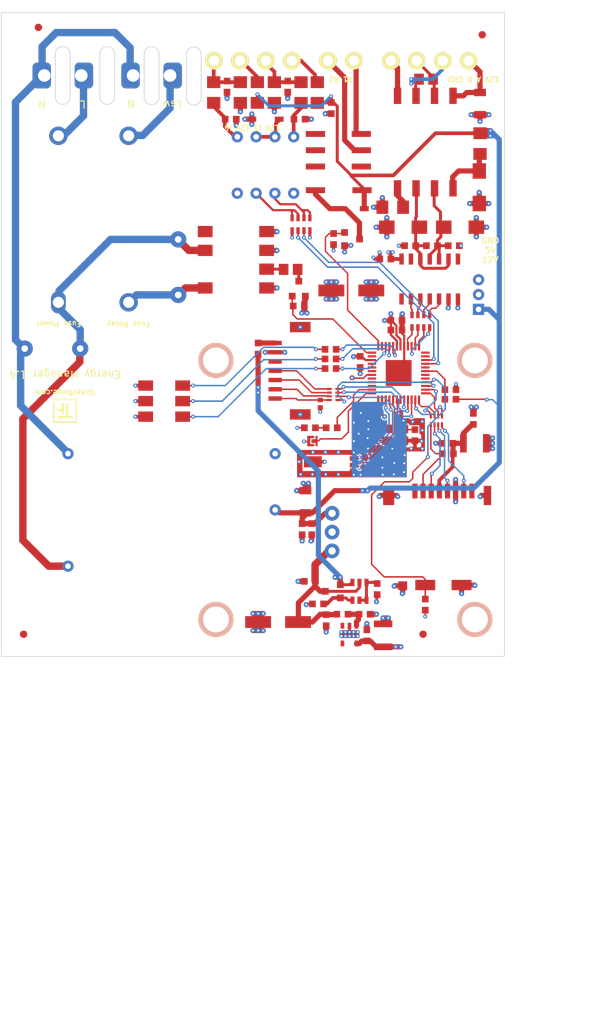
<source format=kicad_pcb>
(kicad_pcb (version 20221018) (generator pcbnew)
  (title_block (title "Energy Manager Bricklet") (date "2022-03-23") (rev "1.4") (company "Tinkerforge GmbH") (comment 1 "Licensed under CERN OHL v.1.1") (comment 2 "Copyright (©) 2022, B.Nordmeyer <bastian@tinkerforge.com>"))
  (layers (0 "F.Cu" signal) (1 "In1.Cu" power "GND.Cu") (2 "In2.Cu" power "VCC.Cu") (31 "B.Cu" signal) (34 "B.Paste" user) (35 "F.Paste" user) (36 "B.SilkS" user "B.Silkscreen") (37 "F.SilkS" user "F.Silkscreen") (38 "B.Mask" user) (39 "F.Mask" user) (44 "Edge.Cuts" user))
  (net 0 "")
  (net 1 "Net-(C101-Pad1)")
  (net 2 "GND")
  (net 3 "3V3")
  (net 4 "5V")
  (net 5 "VCC")
  (net 6 "Net-(C106-Pad1)")
  (net 7 "Net-(D103-Pad2)")
  (net 8 "Net-(D105-Pad1)")
  (net 9 "L")
  (net 10 "Net-(F101-Pad1)")
  (net 11 "Net-(F102-Pad1)")
  (net 12 "Net-(L103-Pad2)")
  (net 13 "Net-(P101-Pad6)")
  (net 14 "Net-(P101-Pad5)")
  (net 15 "Net-(P101-Pad4)")
  (net 16 "Net-(P101-Pad3)")
  (net 17 "N")
  (net 18 "RELAY")
  (net 19 "Net-(R114-Pad2)")
  (net 20 "Net-(R124-Pad1)")
  (net 21 "S-CS")
  (net 22 "S-CLK")
  (net 23 "S-MOSI")
  (net 24 "S-MISO")
  (net 25 "Net-(RP105-Pad7)")
  (net 26 "Net-(RP105-Pad5)")
  (net 27 "Net-(U108-Pad5)")
  (net 28 "Net-(U110-Pad4)")
  (net 29 "Net-(U110-Pad3)")
  (net 30 "Net-(C128-Pad1)")
  (net 31 "Net-(C129-Pad1)")
  (net 32 "Net-(D106-Pad1)")
  (net 33 "Net-(D111-Pad1)")
  (net 34 "Net-(L104-Pad6)")
  (net 35 "Net-(L104-Pad7)")
  (net 36 "Net-(L104-Pad8)")
  (net 37 "Net-(REL101-Pad5)")
  (net 38 "485-R")
  (net 39 "485-~{REB}")
  (net 40 "485-DE")
  (net 41 "485-D")
  (net 42 "Net-(RP102-Pad5)")
  (net 43 "Net-(RP102-Pad6)")
  (net 44 "Net-(RP102-Pad7)")
  (net 45 "Net-(RP102-Pad8)")
  (net 46 "Net-(U113-Pad1)")
  (net 47 "Net-(U113-Pad8)")
  (net 48 "Net-(U113-Pad13)")
  (net 49 "V12")
  (net 50 "Net-(U101-Pad11)")
  (net 51 "Net-(U101-Pad28)")
  (net 52 "BOOT")
  (net 53 "Net-(U101-Pad33)")
  (net 54 "Net-(P111-Pad1)")
  (net 55 "Net-(REL101-Pad2)")
  (net 56 "Net-(L103-Pad1)")
  (net 57 "Net-(Q105-PadG)")
  (net 58 "Net-(R140-Pad2)")
  (net 59 "Net-(Q102-PadD)")
  (net 60 "Net-(C104-Pad1)")
  (net 61 "Net-(C107-Pad1)")
  (net 62 "Net-(F102-Pad2)")
  (net 63 "Net-(P104-Pad1)")
  (net 64 "Net-(P104-Pad2)")
  (net 65 "Net-(P105-Pad3)")
  (net 66 "Net-(P105-Pad1)")
  (net 67 "Net-(R101-Pad2)")
  (net 68 "Net-(R103-Pad2)")
  (net 69 "IN1")
  (net 70 "Net-(U101-Pad5)")
  (net 71 "Net-(U101-Pad8)")
  (net 72 "Net-(U101-Pad12)")
  (net 73 "Net-(U101-Pad26)")
  (net 74 "Net-(U101-Pad29)")
  (net 75 "Net-(U101-Pad30)")
  (net 76 "Net-(U101-Pad32)")
  (net 77 "Net-(U101-Pad34)")
  (net 78 "Net-(C112-Pad1)")
  (net 79 "Net-(C114-Pad1)")
  (net 80 "Net-(D101-Pad4)")
  (net 81 "Net-(D101-Pad5)")
  (net 82 "Net-(D101-Pad6)")
  (net 83 "Net-(D107-Pad1)")
  (net 84 "Net-(REL101-Pad7)")
  (net 85 "Net-(REL101-Pad6)")
  (net 86 "Net-(U101-Pad6)")
  (net 87 "Net-(U101-Pad23)")
  (net 88 "OUT")
  (net 89 "IN0")
  (net 90 "Net-(R102-Pad2)")
  (net 91 "Net-(L104-Pad1)")
  (net 92 "Net-(U101-Pad43)")
  (net 93 "Net-(D102-Pad2)")
  (net 94 "Net-(C115-Pad2)")
  (net 95 "Net-(C116-Pad1)")
  (net 96 "Net-(J102-Pad8)")
  (net 97 "Net-(J102-Pad7)")
  (net 98 "Net-(J102-Pad5)")
  (net 99 "Net-(J102-Pad3)")
  (net 100 "Net-(J102-Pad2)")
  (net 101 "Net-(J102-Pad1)")
  (net 102 "SD-CDS")
  (net 103 "SD-MISO")
  (net 104 "SD-CLK")
  (net 105 "SD-MOSI")
  (net 106 "SD-CS")
  (net 107 "RTC-XTAL2")
  (net 108 "RTC-XTAL1")
  (footprint "kicad-libraries:VAR_10mm" (layer "F.Cu") (at 99.25 96.95 180)
    (fp_text reference "R128")
    (fp_text value "MOV-10D391KTR")
  )
  (footprint "kicad-libraries:AQ-H" (layer "F.Cu") (at 124.05 84.95 90)
    (fp_text reference "U108")
    (fp_text value "AQH3213AX")
  )
  (footprint "kicad-libraries:IRM02" (layer "F.Cu") (at 115.35 118.75 180)
    (fp_text reference "U111")
    (fp_text value "IRM02-12")
  )
  (footprint "kicad-libraries:VAR_10mm" (layer "F.Cu") (at 116.25 85.95 90)
    (fp_text reference "R113")
    (fp_text value "MOV-10D391KTR")
  )
  (footprint "kicad-libraries:OQ_2P_5mm_230V" (layer "F.Cu") (at 100.65 60.05 180)
    (fp_text reference "P103")
    (fp_text value "L+N")
  )
  (footprint "kicad-libraries:OQ_4P" (layer "F.Cu") (at 126.35 58.05 180)
    (fp_text reference "P105")
    (fp_text value "INPUT")
  )
  (footprint "kicad-libraries:Fuse-Holder-5x20" (layer "F.Cu") (at 109.55 79.45 -90)
    (fp_text reference "F102")
    (fp_text value "FUSE")
  )
  (footprint "kicad-libraries:C0402F" (layer "F.Cu") (at 135.45 104.4 -90)
    (fp_text reference "C101")
    (fp_text value "220pF")
  )
  (footprint "C0603F" (layer "F.Cu") (at 142.55 105.65 180)
    (fp_text reference "C102")
    (fp_text value "100nF")
  )
  (footprint "kicad-libraries:C0603F" (layer "F.Cu") (at 136.25 133.65 -90)
    (fp_text reference "C103")
    (fp_text value "1uF")
  )
  (footprint "C0603F" (layer "F.Cu") (at 131.05 61.55 -90)
    (fp_text reference "C104")
    (fp_text value "100nF")
  )
  (footprint "kicad-libraries:C1206" (layer "F.Cu") (at 133.45 117.65 90)
    (fp_text reference "C105")
    (fp_text value "4.7uF/50V")
  )
  (footprint "kicad-libraries:C0603F" (layer "F.Cu") (at 141.45 132.85)
    (fp_text reference "C106")
    (fp_text value "1uF")
  )
  (footprint "C0603F" (layer "F.Cu") (at 122.85 61.55 -90)
    (fp_text reference "C107")
    (fp_text value "100nF")
  )
  (footprint "kicad-libraries:C0603F" (layer "F.Cu") (at 141.75 135.7 90)
    (fp_text reference "C110")
    (fp_text value "2.2uF")
  )
  (footprint "kicad-libraries:C1210" (layer "F.Cu") (at 143.95 135.7 90)
    (fp_text reference "C111")
    (fp_text value "100uF")
  )
  (footprint "C0603F" (layer "F.Cu") (at 123.35 65.95)
    (fp_text reference "C112")
    (fp_text value "100nF")
  )
  (footprint "C0603F" (layer "F.Cu") (at 136.95 64.45 90)
    (fp_text reference "C113")
    (fp_text value "100nF")
  )
  (footprint "C0603F" (layer "F.Cu") (at 132.65 65.95)
    (fp_text reference "C114")
    (fp_text value "100nF")
  )
  (footprint "kicad-libraries:C0603F" (layer "F.Cu") (at 133 121.35 -90)
    (fp_text reference "C124")
    (fp_text value "1uF")
  )
  (footprint "kicad-libraries:C0603F" (layer "F.Cu") (at 134.3 121.35 -90)
    (fp_text reference "C125")
    (fp_text value "1uF")
  )
  (footprint "kicad-libraries:C0603F" (layer "F.Cu") (at 134.05 128.4 180)
    (fp_text reference "C126")
    (fp_text value "1uF")
  )
  (footprint "C0603F" (layer "F.Cu") (at 145.75 94.45)
    (fp_text reference "C127")
    (fp_text value "100nF")
  )
  (footprint "C0603F" (layer "F.Cu") (at 142.85 108.65 90)
    (fp_text reference "C128")
    (fp_text value "10pF")
  )
  (footprint "C0603F" (layer "F.Cu") (at 148.25 108.65 -90)
    (fp_text reference "C129")
    (fp_text value "10pF")
  )
  (footprint "C0603F" (layer "F.Cu") (at 140.85 98.75 -90)
    (fp_text reference "C130")
    (fp_text value "100nF")
  )
  (footprint "C0603F" (layer "F.Cu") (at 145.75 93.15)
    (fp_text reference "C131")
    (fp_text value "220nF")
  )
  (footprint "kicad-libraries:C0603F" (layer "F.Cu") (at 144.25 84.85)
    (fp_text reference "C132")
    (fp_text value "100nF")
  )
  (footprint "kicad-libraries:D0603F" (layer "F.Cu") (at 134.05 107.65)
    (fp_text reference "D103")
    (fp_text value "blue")
  )
  (footprint "kicad-libraries:SOD-123" (layer "F.Cu") (at 128.05 65.95 180)
    (fp_text reference "D105")
    (fp_text value "B0520LW-7")
  )
  (footprint "DO-214AC" (layer "F.Cu") (at 154.35 80.55)
    (fp_text reference "D106")
    (fp_text value "SMAJ12CA")
  )
  (footprint "kicad-libraries:SOD-123" (layer "F.Cu") (at 139.55 78.05)
    (fp_text reference "D107")
    (fp_text value "B0520LW-7")
  )
  (footprint "DO-214AC" (layer "F.Cu") (at 146.65 80.55 180)
    (fp_text reference "D111")
    (fp_text value "SMAJ12CA")
  )
  (footprint "kicad-libraries:SolderJumper" (layer "F.Cu") (at 134.4 109.45)
    (fp_text reference "J101")
    (fp_text value "Boot")
  )
  (footprint "kicad-libraries:R0603F" (layer "F.Cu") (at 138.45 132.85 180)
    (fp_text reference "L101")
    (fp_text value "FB")
  )
  (footprint "kicad-libraries:R0603F" (layer "F.Cu") (at 127.05 96.95 90)
    (fp_text reference "L103")
    (fp_text value "FB")
  )
  (footprint "kicad-libraries:WE-SL" (layer "F.Cu") (at 149.65 69.05 90)
    (fp_text reference "L104")
    (fp_text value "WE-SL")
  )
  (footprint "kicad-libraries:CON-SENSOR2_180" (layer "F.Cu") (at 134.15 99.95 90)
    (fp_text reference "P101")
    (fp_text value "CON-SENSOR2")
  )
  (footprint "kicad-libraries:OQ_2P" (layer "F.Cu") (at 138.25 58.05 180)
    (fp_text reference "P104")
    (fp_text value "OUT")
  )
  (footprint "kicad-libraries:OQ_4P" (layer "F.Cu") (at 150.25 58.05 180)
    (fp_text reference "P110")
    (fp_text value "MODBUS")
  )
  (footprint "kicad-libraries:DEBUG_PAD" (layer "F.Cu") (at 139.75 100.9)
    (fp_text reference "P111")
    (fp_text value "Debug")
  )
  (footprint "kicad-libraries:SOT23GDS" (layer "F.Cu") (at 139.75 82.15 90)
    (fp_text reference "Q103")
    (fp_text value "2N7002P")
  )
  (footprint "kicad-libraries:R0603F" (layer "F.Cu") (at 136.85 98.35)
    (fp_text reference "R102")
    (fp_text value "51")
  )
  (footprint "kicad-libraries:R0603F" (layer "F.Cu") (at 136.85 97.05)
    (fp_text reference "R103")
    (fp_text value "100")
  )
  (footprint "kicad-libraries:R1206E" (layer "F.Cu") (at 129.25 62.35 -90)
    (fp_text reference "R104")
    (fp_text value "1k")
  )
  (footprint "kicad-libraries:R1206E" (layer "F.Cu") (at 124.65 62.35 -90)
    (fp_text reference "R105")
    (fp_text value "1k")
  )
  (footprint "kicad-libraries:R0603F" (layer "F.Cu") (at 153.05 103.8)
    (fp_text reference "R107")
    (fp_text value "300k")
  )
  (footprint "kicad-libraries:R0603F" (layer "F.Cu") (at 153.05 102.5 180)
    (fp_text reference "R108")
    (fp_text value "100k")
  )
  (footprint "kicad-libraries:R1206E" (layer "F.Cu") (at 135.05 62.35 -90)
    (fp_text reference "R111")
    (fp_text value "1k")
  )
  (footprint "kicad-libraries:R1206E" (layer "F.Cu") (at 132.85 62.35 -90)
    (fp_text reference "R112")
    (fp_text value "1k")
  )
  (footprint "kicad-libraries:R0805E" (layer "F.Cu") (at 131.45 86.25 180)
    (fp_text reference "R114")
    (fp_text value "120")
  )
  (footprint "kicad-libraries:R0603F" (layer "F.Cu") (at 132.55 91.2)
    (fp_text reference "R115")
    (fp_text value "1k")
  )
  (footprint "kicad-libraries:R1206E" (layer "F.Cu") (at 126.95 62.35 -90)
    (fp_text reference "R116")
    (fp_text value "1k")
  )
  (footprint "kicad-libraries:R1206E" (layer "F.Cu") (at 121.05 62.35 -90)
    (fp_text reference "R117")
    (fp_text value "1k")
  )
  (footprint "kicad-libraries:R0603F" (layer "F.Cu") (at 137.25 82.15 90)
    (fp_text reference "R118")
    (fp_text value "1k")
  )
  (footprint "kicad-libraries:R0603F" (layer "F.Cu") (at 137 107.65 180)
    (fp_text reference "R124")
    (fp_text value "1k")
  )
  (footprint "kicad-libraries:R0603F" (layer "F.Cu") (at 135.15 131.45)
    (fp_text reference "R133")
    (fp_text value "47k")
  )
  (footprint "R0603F" (layer "F.Cu") (at 147.6 83.05)
    (fp_text reference "R134")
    (fp_text value "750")
  )
  (footprint "R0603F" (layer "F.Cu") (at 150.55 83.05)
    (fp_text reference "R135")
    (fp_text value "DNP")
  )
  (footprint "R0603F" (layer "F.Cu") (at 153.5 83.05)
    (fp_text reference "R136")
    (fp_text value "750")
  )
  (footprint "R0805E" (layer "F.Cu") (at 149.75 60.55 180)
    (fp_text reference "R137")
    (fp_text value "120")
  )
  (footprint "kicad-libraries:R0603F" (layer "F.Cu") (at 143.15 129.45 90)
    (fp_text reference "R140")
    (fp_text value "10k")
  )
  (footprint "kicad-libraries:AGQ2X0" (layer "F.Cu") (at 137.9 71.75 90)
    (fp_text reference "REL101")
    (fp_text value "AGQ200S12Z")
  )
  (footprint "kicad-libraries:4X0402" (layer "F.Cu") (at 137.25 103.15 -90)
    (fp_text reference "RP101")
    (fp_text value "82")
  )
  (footprint "kicad-libraries:0603X4" (layer "F.Cu") (at 149.05 93.25 180)
    (fp_text reference "RP102")
    (fp_text value "10k")
  )
  (footprint "kicad-libraries:4X0603" (layer "F.Cu") (at 132.85 80.15 180)
    (fp_text reference "RP105")
    (fp_text value "10k")
  )
  (footprint "kicad-libraries:QFN48-EP2" (layer "F.Cu") (at 146.05 100.25 90)
    (fp_text reference "U101")
    (fp_text value "XMC1404")
  )
  (footprint "kicad-libraries:SOT26" (layer "F.Cu") (at 140.75 129.75)
    (fp_text reference "U103")
    (fp_text value "DMMT5401")
  )
  (footprint "kicad-libraries:DIP-8" (layer "F.Cu") (at 128.05 72.15)
    (fp_text reference "U109")
    (fp_text value "HCPL2731")
  )
  (footprint "kicad-libraries:SOT23-5" (layer "F.Cu") (at 139.4 135.6 180)
    (fp_text reference "U110")
    (fp_text value "TPS70933DBVR")
  )
  (footprint "kicad-libraries:WPMDL110" (layer "F.Cu") (at 137.05 121.75 90)
    (fp_text reference "U112")
    (fp_text value "WPMDL110")
  )
  (footprint "kicad-libraries:SOIC-14_3.9x8.7mm_Pitch1.27mm" (layer "F.Cu") (at 150.25 87.55 90)
    (fp_text reference "U113")
    (fp_text value "SP3491")
  )
  (footprint "kicad-libraries:CRYSTAL_3225" (layer "F.Cu") (at 145.55 108.6 180)
    (fp_text reference "X101")
    (fp_text value "16MHz")
  )
  (footprint "kicad-libraries:SOT23GDS" (layer "F.Cu") (at 132.55 88.85 180)
    (fp_text reference "Q102")
    (fp_text value "SI2305CDS-T1-GE3")
  )
  (footprint "kicad-libraries:R1206E" (layer "F.Cu") (at 145.25 77.85 180)
    (fp_text reference "PTC101")
    (fp_text value "PTC 0.45A")
  )
  (footprint "kicad-libraries:R1206E" (layer "F.Cu") (at 157.05 69.25 -90)
    (fp_text reference "PTC102")
    (fp_text value "PTC 0.45A")
  )
  (footprint "kicad-libraries:DRILL_NP_35" (layer "F.Cu") (at 121.35 133.55)
    (fp_text reference "A101" hide)
    (fp_text value "DRILL" hide)
  )
  (footprint "kicad-libraries:PLCC6-6x5" (layer "F.Cu") (at 114.35 104.05)
    (fp_text reference "D101")
    (fp_text value "CLP6C-FKB-CK1P1G1BB7R3R3")
  )
  (footprint "kicad-libraries:Fuse-Holder-5x20" (layer "F.Cu") (at 100.05 79.45 -90)
    (fp_text reference "F101")
    (fp_text value "FUSE")
  )
  (footprint "kicad-libraries:R0603F" (layer "F.Cu") (at 136.85 99.65)
    (fp_text reference "R101")
    (fp_text value "51")
  )
  (footprint "kicad-libraries:OQ_2P_5mm_230V" (layer "F.Cu") (at 112.65 60.05 180)
    (fp_text reference "P102")
    (fp_text value "Relay")
  )
  (footprint "kicad-libraries:ELKO_63" (layer "F.Cu") (at 129.75 133.9)
    (fp_text reference "C108")
    (fp_text value "100uF")
  )
  (footprint "kicad-libraries:ELKO_63" (layer "F.Cu") (at 139.65 89.1 180)
    (fp_text reference "C109")
    (fp_text value "100uF")
  )
  (footprint "kicad-libraries:DRILL_NP_35" (layer "F.Cu") (at 156.35 133.55)
    (fp_text reference "A102" hide)
    (fp_text value "DRILL" hide)
  )
  (footprint "kicad-libraries:DRILL_NP_35" (layer "F.Cu") (at 156.35 98.55)
    (fp_text reference "A103" hide)
    (fp_text value "DRILL" hide)
  )
  (footprint "kicad-libraries:DRILL_NP_35" (layer "F.Cu") (at 121.35 98.55)
    (fp_text reference "A104" hide)
    (fp_text value "DRILL" hide)
  )
  (footprint "DO-214AC" (layer "F.Cu") (at 156.95 75.15 90)
    (fp_text reference "D102")
    (fp_text value "SMAJ12CA")
  )
  (footprint "kicad-libraries:C1206" (layer "F.Cu") (at 157.05 63.85 90)
    (fp_text reference "C115")
    (fp_text value "4.7uF/50V")
  )
  (footprint "kicad-libraries:Fiducial_Mark" (layer "F.Cu") (at 157.35 54.55)
    (fp_text reference "Fiducial_Mark" hide)
    (fp_text value "VAL**" hide)
  )
  (footprint "kicad-libraries:Fiducial_Mark" (layer "F.Cu") (at 149.35 135.55)
    (fp_text reference "Fiducial_Mark" hide)
    (fp_text value "VAL**" hide)
  )
  (footprint "kicad-libraries:Fiducial_Mark" (layer "F.Cu") (at 95.35 135.55)
    (fp_text reference "Fiducial_Mark" hide)
    (fp_text value "VAL**" hide)
  )
  (footprint "kicad-libraries:Fiducial_Mark" (layer "F.Cu") (at 97.35 53.55)
    (fp_text reference "Fiducial_Mark" hide)
    (fp_text value "VAL**" hide)
  )
  (footprint "kicad-libraries:Logo_31x31" (layer "F.Cu") (at 100.95 105.35 180)
    (fp_text reference "G***" hide)
    (fp_text value "LOGO" hide)
  )
  (footprint "kicad-libraries:C1210" (layer "F.Cu") (at 156.35 109.75)
    (fp_text reference "C116")
    (fp_text value "100uF")
  )
  (footprint "C0603F" (layer "F.Cu") (at 152.65 109.75 180)
    (fp_text reference "C117")
    (fp_text value "100nF")
  )
  (footprint "kicad-libraries:R0603F" (layer "F.Cu") (at 156.15 106.45 90)
    (fp_text reference "L102")
    (fp_text value "FB")
  )
  (footprint "kicad-libraries:R0603F" (layer "F.Cu") (at 149.65 131.55 -90)
    (fp_text reference "R106")
    (fp_text value "10k")
  )
  (footprint "kicad-libraries:R0603F" (layer "F.Cu") (at 152.7 111.15)
    (fp_text reference "R109")
    (fp_text value "10k")
  )
  (footprint "kicad-libraries:4X0402" (layer "F.Cu") (at 151.15 106.65)
    (fp_text reference "RP103")
    (fp_text value "82")
  )
  (footprint "kicad-libraries:SD-Card-DM3CS" (layer "F.Cu") (at 151.25 122.55 180)
    (fp_text reference "J102")
    (fp_text value "DM3CS")
  )
  (footprint "kicad-libraries:SOT23GDS" (layer "F.Cu") (at 137.15 129.75 -90)
    (fp_text reference "Q105")
    (fp_text value "SSM3J355R,LF")
  )
  (footprint "kicad-libraries:JST-PH-3-THT" (layer "F.Cu") (at 156.85 89.65 -90)
    (fp_text reference "P106")
    (fp_text value "DNP")
  )
  (footprint "C0603F" (layer "F.Cu") (at 142.25 113.05 180)
    (fp_text reference "C118")
    (fp_text value "15pF")
  )
  (footprint "C0603F" (layer "F.Cu") (at 142.25 111.65 180)
    (fp_text reference "C119")
    (fp_text value "15pF")
  )
  (footprint "kicad-libraries:AB26TRQ" (layer "F.Cu") (at 134.45 112.25 90)
    (fp_text reference "X102")
    (fp_text value "32.768kHz")
  )
  (gr_arc (start 101.65 62.95) (mid 100.65 63.95) (end 99.65 62.95) (stroke (width 0.1)) (layer "Edge.Cuts"))
  (gr_arc (start 113.65 63) (mid 112.65 64) (end 111.65 63) (stroke (width 0.1)) (layer "Edge.Cuts"))
  (gr_line (start 113.65 63) (end 113.65 57.15) (stroke (width 0.09906)) (layer "Edge.Cuts"))
  (gr_line (start 111.65 57.15) (end 111.65 63) (stroke (width 0.09906)) (layer "Edge.Cuts"))
  (gr_arc (start 99.65 57.15) (mid 100.65 56.15) (end 101.65 57.15) (stroke (width 0.1)) (layer "Edge.Cuts"))
  (gr_arc (start 111.65 57.15) (mid 112.65 56.15) (end 113.65 57.15) (stroke (width 0.1)) (layer "Edge.Cuts"))
  (gr_arc (start 119.35 63.05) (mid 118.35 64.05) (end 117.35 63.05) (stroke (width 0.1)) (layer "Edge.Cuts"))
  (gr_arc (start 117.35 57.2) (mid 118.35 56.2) (end 119.35 57.2) (stroke (width 0.1)) (layer "Edge.Cuts"))
  (gr_line (start 117.35 57.2) (end 117.35 63.05) (stroke (width 0.09906)) (layer "Edge.Cuts"))
  (gr_line (start 119.35 63.05) (end 119.35 57.2) (stroke (width 0.09906)) (layer "Edge.Cuts"))
  (gr_arc (start 105.65 57.15) (mid 106.65 56.15) (end 107.65 57.15) (stroke (width 0.1)) (layer "Edge.Cuts"))
  (gr_arc (start 107.65 62.95) (mid 106.65 63.95) (end 105.65 62.95) (stroke (width 0.1)) (layer "Edge.Cuts"))
  (gr_line (start 107.65 62.95) (end 107.65 57.15) (stroke (width 0.09906)) (layer "Edge.Cuts"))
  (gr_line (start 105.65 57.15) (end 105.65 62.95) (stroke (width 0.09906)) (layer "Edge.Cuts"))
  (gr_line (start 92.35 138.55) (end 92.35 51.55) (stroke (width 0.09906)) (layer "Edge.Cuts"))
  (gr_line (start 160.35 138.55) (end 92.35 138.55) (stroke (width 0.09906)) (layer "Edge.Cuts"))
  (gr_line (start 99.65 57.15) (end 99.65 62.95) (stroke (width 0.09906)) (layer "Edge.Cuts"))
  (gr_line (start 160.35 51.55) (end 160.35 138.55) (stroke (width 0.09906)) (layer "Edge.Cuts"))
  (gr_line (start 101.65 62.95) (end 101.65 57.15) (stroke (width 0.09906)) (layer "Edge.Cuts"))
  (gr_line (start 92.35 51.55) (end 160.35 51.55) (stroke (width 0.09906)) (layer "Edge.Cuts"))
  (gr_text "N" (at 109.85 63.95) (layer "F.SilkS") (effects (font (size 1 1))))
  (gr_text "N" (at 97.85 63.95 180) (layer "F.SilkS") (effects (font (size 1 1))))
  (gr_text "L" (at 103.35 63.95 180) (layer "F.SilkS") (effects (font (size 1 1))))
  (gr_text "Lsw" (at 115.45 63.95 180) (layer "F.SilkS") (effects (font (size 1 1))))
  (gr_text "12V A B GND" (at 156.15 60.55 180) (layer "F.SilkS") (effects (font (size 0.7 0.7))))
  (gr_text "R1 R2" (at 138.25 60.55 180) (layer "F.SilkS") (effects (font (size 0.7 0.7))))
  (gr_text "12V I3 12V I4" (at 126.25 67.1 180) (layer "F.SilkS") (effects (font (size 0.7 0.7))))
  (gr_text "Energy Manager 1.4" (at 100.95 100.45 180) (layer "F.SilkS") (effects (font (size 1 1))))
  (gr_text "Fuse Power" (at 100.1 93.6 180) (layer "F.SilkS") (effects (font (size 0.7 0.7))))
  (gr_text "Fuse Relay" (at 109.55 93.65 180) (layer "F.SilkS") (effects (font (size 0.7 0.7))))
  (gr_text "tinkerforge.com" (at 100.9 102.9 180) (layer "F.SilkS") (effects (font (size 0.7 0.7))))
  (gr_text "GND\n5V\n12V" (at 158.45 83.65) (layer "F.SilkS") (effects (font (size 0.8 0.8))))
  (segment (start 132.4 103.9) (end 132.2 103.7) (width 0.2) (layer "F.Cu") (net 1))
  (segment (start 135.45 103.9) (end 132.4 103.9) (width 0.2) (layer "F.Cu") (net 1))
  (segment (start 132.2 103.7) (end 129.35 103.7) (width 0.2) (layer "F.Cu") (net 1))
  (segment (start 135.4507 103.8993) (end 135.45 103.9) (width 0.2) (layer "F.Cu") (net 1))
  (segment (start 136.675 103.8993) (end 135.4507 103.8993) (width 0.2) (layer "F.Cu") (net 1))
  (segment (start 142.35 87.95) (end 141.65 87.95) (width 0.7) (layer "F.Cu") (net 2))
  (segment (start 142.35 87.95) (end 143.05 87.95) (width 0.7) (layer "F.Cu") (net 2))
  (segment (start 142.35 89.1) (end 142.35 87.95) (width 0.7) (layer "F.Cu") (net 2))
  (segment (start 142.35 90.25) (end 141.65 90.25) (width 0.7) (layer "F.Cu") (net 2))
  (segment (start 142.35 90.25) (end 143.05 90.25) (width 0.7) (layer "F.Cu") (net 2))
  (segment (start 142.35 89.1) (end 142.35 90.25) (width 0.7) (layer "F.Cu") (net 2))
  (segment (start 136.143379 65.2) (end 136.122722 65.220657) (width 0.7) (layer "F.Cu") (net 2))
  (segment (start 128.2 88.76) (end 129.59 88.76) (width 0.7) (layer "F.Cu") (net 2))
  (segment (start 132.8 113.95) (end 134.4 113.95) (width 0.5) (layer "F.Cu") (net 2))
  (segment (start 144.45036 81.84964) (end 144.45 81.85) (width 0.7) (layer "F.Cu") (net 2))
  (segment (start 143.1 130.15) (end 143.1 131.1) (width 0.4) (layer "F.Cu") (net 2))
  (segment (start 156.54964 80.55) (end 157.95 80.55) (width 0.7) (layer "F.Cu") (net 2))
  (segment (start 146.6 129) (end 146.6 130) (width 0.7) (layer "F.Cu") (net 2))
  (segment (start 147.75 110.45) (end 149.22401 110.45) (width 0.3) (layer "F.Cu") (net 2))
  (segment (start 151.9 109.75) (end 151.05 109.75) (width 0.5) (layer "F.Cu") (net 2))
  (segment (start 144.7 116.8) (end 145.775433 116.8) (width 0.7) (layer "F.Cu") (net 2))
  (segment (start 143.1 131.1) (end 143.05 131.15) (width 0.4) (layer "F.Cu") (net 2))
  (segment (start 143.30172 103.85934) (end 143.30172 104.49828) (width 0.3) (layer "F.Cu") (net 2))
  (segment (start 158.25 109.65) (end 158.25 109.55) (width 0.7) (layer "F.Cu") (net 2))
  (segment (start 143.85 77.85) (end 142.65 77.85) (width 0.7) (layer "F.Cu") (net 2))
  (segment (start 139.4 135.25) (end 139.95 135.25) (width 0.5) (layer "F.Cu") (net 2))
  (segment (start 158.24964 77.34964) (end 158.25 77.35) (width 0.7) (layer "F.Cu") (net 2))
  (segment (start 122.85 62.3) (end 122.85 63.15) (width 0.7) (layer "F.Cu") (net 2))
  (segment (start 139.95 135.8) (end 140.5 135.8) (width 0.5) (layer "F.Cu") (net 2))
  (segment (start 155.85114 65.35114) (end 155.85 65.35) (width 0.7) (layer "F.Cu") (net 2))
  (segment (start 143.85 77.85) (end 143.85 76.55) (width 0.7) (layer "F.Cu") (net 2))
  (segment (start 133.45 116.14886) (end 133.45 115.45) (width 0.7) (layer "F.Cu") (net 2))
  (segment (start 157.8994 109.75) (end 157.8994 109.8994) (width 0.7) (layer "F.Cu") (net 2))
  (segment (start 158.35 109.75) (end 158.25 109.65) (width 0.7) (layer "F.Cu") (net 2))
  (segment (start 154.55 128.9) (end 156.3 128.9) (width 0.7) (layer "F.Cu") (net 2))
  (segment (start 141.899998 110.45) (end 141.899998 109.099998) (width 0.5) (layer "F.Cu") (net 2))
  (segment (start 137.9 110.95) (end 136.15 110.95) (width 0.5) (layer "F.Cu") (net 2))
  (segment (start 133.9 108.95) (end 134 108.95) (width 0.2) (layer "F.Cu") (net 2))
  (segment (start 133.9 108.95) (end 133.9 109.5) (width 0.2) (layer "F.Cu") (net 2))
  (segment (start 124.65 63.75) (end 124.65 64.95) (width 0.7) (layer "F.Cu") (net 2))
  (segment (start 127.05 132.75) (end 126.35 132.75) (width 0.7) (layer "F.Cu") (net 2))
  (segment (start 132.25114 116.14886) (end 132.25 116.15) (width 0.7) (layer "F.Cu") (net 2))
  (segment (start 139.561 83.039) (end 139.6 83) (width 0.5) (layer "F.Cu") (net 2))
  (segment (start 133.650682 131.45) (end 133.550341 131.550341) (width 0.4) (layer "F.Cu") (net 2))
  (segment (start 134.3 122.85099) (end 134.20099 122.95) (width 0.7) (layer "F.Cu") (net 2))
  (segment (start 139.95 135.25) (end 140.5 135.25) (width 0.5) (layer "F.Cu") (net 2))
  (segment (start 126.20088 66.64912) (end 126.2 66.65) (width 0.7) (layer "F.Cu") (net 2))
  (segment (start 138.85 135.25) (end 138.3 135.25) (width 0.5) (layer "F.Cu") (net 2))
  (segment (start 158.45 110.45) (end 158.75 110.45) (width 0.7) (layer "F.Cu") (net 2))
  (segment (start 149.1 109.4) (end 149.15 109.45) (width 0.5) (layer "F.Cu") (net 2))
  (segment (start 134.4 131.45) (end 133.650682 131.45) (width 0.4) (layer "F.Cu") (net 2))
  (segment (start 155.65036 77.34964) (end 155.65 77.35) (width 0.7) (layer "F.Cu") (net 2))
  (segment (start 146.45 94.85) (end 146.45 94.45) (width 0.3) (layer "F.Cu") (net 2))
  (segment (start 157.8994 109.75) (end 158.35 109.75) (width 0.7) (layer "F.Cu") (net 2))
  (segment (start 146.7993 95.1993) (end 146.45 94.85) (width 0.3) (layer "F.Cu") (net 2))
  (segment (start 126.20088 65.95) (end 125.25 65.95) (width 0.7) (layer "F.Cu") (net 2))
  (segment (start 126.20088 65.25088) (end 126.2 65.25) (width 0.7) (layer "F.Cu") (net 2))
  (segment (start 139.4 134.40112) (end 139.4 135.25) (width 0.4) (layer "F.Cu") (net 2))
  (segment (start 158.25 109.55) (end 158.75 109.05) (width 0.7) (layer "F.Cu") (net 2))
  (segment (start 153.8 102.5) (end 153.8 101.75) (width 0.5) (layer "F.Cu") (net 2))
  (segment (start 141.95 107.85) (end 141.95 110.399998) (width 0.3) (layer "F.Cu") (net 2))
  (segment (start 146.6 129) (end 145.5 129) (width 0.7) (layer "F.Cu") (net 2))
  (segment (start 145.97599 110.47599) (end 146.85 111.35) (width 0.5) (layer "F.Cu") (net 2))
  (segment (start 141.75 105.25) (end 141.75 105.45) (width 0.3) (layer "F.Cu") (net 2))
  (segment (start 134.05 108.9) (end 134.2 108.9) (width 0.2) (layer "F.Cu") (net 2))
  (segment (start 129.25 63.75) (end 129.25 64.95) (width 0.7) (layer "F.Cu") (net 2))
  (segment (start 141.8 105.45) (end 141.75 105.45) (width 0.3) (layer "F.Cu") (net 2))
  (segment (start 126.20088 65.95) (end 126.20088 66.64912) (width 0.7) (layer "F.Cu") (net 2))
  (segment (start 133.3 128.4) (end 132.45 128.4) (width 0.7) (layer "F.Cu") (net 2))
  (segment (start 144.3 107.9) (end 144.35 107.85) (width 0.5) (layer "F.Cu") (net 2))
  (segment (start 132.8 113.95) (end 132.6 113.75) (width 0.5) (layer "F.Cu") (net 2))
  (segment (start 147.75 110.45) (end 145.22599 110.45) (width 0.3) (layer "F.Cu") (net 2))
  (segment (start 158.05 116.8) (end 157.203771 116.8) (width 0.7) (layer "F.Cu") (net 2))
  (segment (start 144.45036 80.55) (end 144.45036 81.84964) (width 0.7) (layer "F.Cu") (net 2))
  (segment (start 156.95 77.34964) (end 155.65036 77.34964) (width 0.7) (layer "F.Cu") (net 2))
  (segment (start 146.7993 96.63812) (end 146.7993 99.6007) (width 0.3) (layer "F.Cu") (net 2))
  (segment (start 145.2 110.47599) (end 145.97599 110.47599) (width 0.5) (layer "F.Cu") (net 2))
  (segment (start 129.35 97.45) (end 130.65 97.45) (width 0.5) (layer "F.Cu") (net 2))
  (segment (start 134.175 110) (end 134.1 110) (width 0.2) (layer "F.Cu") (net 2))
  (segment (start 129.35 97.45) (end 127.999002 97.45) (width 0.5) (layer "F.Cu") (net 2))
  (segment (start 133.9 109.45) (end 133.9 108.95) (width 0.2) (layer "F.Cu") (net 2))
  (segment (start 139.4 135.8) (end 139.95 135.8) (width 0.5) (layer "F.Cu") (net 2))
  (segment (start 149.22401 110.45) (end 149.25 110.47599) (width 0.3) (layer "F.Cu") (net 2))
  (segment (start 141.925988 110.47599) (end 141.899998 110.45) (width 0.3) (layer "F.Cu") (net 2))
  (segment (start 142.85 107.9) (end 144.3 107.9) (width 0.5) (layer "F.Cu") (net 2))
  (segment (start 141.95 107.85) (end 141.95 106.75) (width 0.2) (layer "F.Cu") (net 2))
  (segment (start 148.25 109.4) (end 149.1 109.4) (width 0.5) (layer "F.Cu") (net 2))
  (segment (start 158.75 109.05) (end 158.05 109.05) (width 0.7) (layer "F.Cu") (net 2))
  (segment (start 136.25 135.249994) (end 136.249994 135.25) (width 0.7) (layer "F.Cu") (net 2))
  (segment (start 146.7993 99.6007) (end 146.15 100.25) (width 0.3) (layer "F.Cu") (net 2))
  (segment (start 143.95 134.1506) (end 143.95 133.35001) (width 0.7) (layer "F.Cu") (net 2))
  (segment (start 156.54964 80.55) (end 156.54964 79.25036) (width 0.7) (layer "F.Cu") (net 2))
  (segment (start 143.9 114) (end 140.9 114) (width 0.5) (layer "F.Cu") (net 2))
  (segment (start 140.5 135.7) (end 140.3 135.5) (width 0.5) (layer "F.Cu") (net 2))
  (segment (start 126.20088 65.95) (end 126.20088 65.25088) (width 0.7) (layer "F.Cu") (net 2))
  (segment (start 146.5 93.2) (end 146.55 93.15) (width 0.7) (layer "F.Cu") (net 2))
  (segment (start 156.95 77.34964) (end 158.24964 77.34964) (width 0.7) (layer "F.Cu") (net 2))
  (segment (start 143.5 84.85) (end 143.5 84) (width 0.5) (layer "F.Cu") (net 2))
  (segment (start 135.45 104.9) (end 135.45 105.5) (width 0.5) (layer "F.Cu") (net 2))
  (segment (start 141.899998 110.45) (end 140.55 110.45) (width 0.5) (layer "F.Cu") (net 2))
  (segment (start 146.5 93.15) (end 146.5 92.3) (width 0.7) (layer "F.Cu") (net 2))
  (segment (start 149.25 107.999994) (end 149.249994 108) (width 0.3) (layer "F.Cu") (net 2))
  (segment (start 143.85 113.05) (end 143.85 113.95) (width 0.5) (layer "F.Cu") (net 2))
  (segment (start 157.203771 116.8) (end 157.062208 116.941563) (width 0.7) (layer "F.Cu") (net 2))
  (segment (start 129.58 83.68) (end 129.6 83.7) (width 0.7) (layer "F.Cu") (net 2))
  (segment (start 133.45 115.45) (end 133.15 115.15) (width 0.7) (layer "F.Cu") (net 2))
  (segment (start 137.25 82.9) (end 137.25 83.7) (width 0.4) (layer "F.Cu") (net 2))
  (segment (start 138.734 83.039) (end 138.734 83.884) (width 0.5) (layer "F.Cu") (net 2))
  (segment (start 127.05 135.05) (end 126.35 135.05) (width 0.7) (layer "F.Cu") (net 2))
  (segment (start 156.54964 81.84964) (end 156.55 81.85) (width 0.7) (layer "F.Cu") (net 2))
  (segment (start 154.55 128.9) (end 154.55 130.05) (width 0.7) (layer "F.Cu") (net 2))
  (segment (start 142 107.9) (end 141.95 107.85) (width 0.5) (layer "F.Cu") (net 2))
  (segment (start 156.54964 80.55) (end 156.54964 81.84964) (width 0.7) (layer "F.Cu") (net 2))
  (segment (start 152.79 91.41) (end 152.75 91.45) (width 0.5) (layer "F.Cu") (net 2))
  (segment (start 146.75 113.65) (end 145.7 113.65) (width 0.5) (layer "F.Cu") (net 2))
  (segment (start 144.7 111.65) (end 145.45 112.4) (width 0.5) (layer "F.Cu") (net 2))
  (segment (start 129.59 88.76) (end 129.6 88.75) (width 0.7) (layer "F.Cu") (net 2))
  (segment (start 145.5 129) (end 145.45 129.05) (width 0.7) (layer "F.Cu") (net 2))
  (segment (start 144.7 116.8) (end 143.570593 116.8) (width 0.7) (layer "F.Cu") (net 2))
  (segment (start 127.05 133.9) (end 127.05 135.05) (width 0.7) (layer "F.Cu") (net 2))
  (segment (start 156.54964 79.25036) (end 156.55 79.25) (width 0.7) (layer "F.Cu") (net 2))
  (segment (start 140.85 100.35) (end 140.85 99.55) (width 0.5) (layer "F.Cu") (net 2))
  (segment (start 158.05 109.05) (end 157.95 109.15) (width 0.7) (layer "F.Cu") (net 2))
  (segment (start 157.05 65.35114) (end 158.24886 65.35114) (width 0.7) (layer "F.Cu") (net 2))
  (segment (start 145.775433 116.8) (end 145.924443 116.94901) (width 0.7) (layer "F.Cu") (net 2))
  (segment (start 141.75 105.45) (end 141.55 105.65) (width 0.3) (layer "F.Cu") (net 2))
  (segment (start 133.85 115.74886) (end 133.85 115.15) (width 0.7) (layer "F.Cu") (net 2))
  (segment (start 143.85 113.95) (end 143.9 114) (width 0.5) (layer "F.Cu") (net 2))
  (segment (start 146.64982 109.4001) (end 148.2001 109.4001) (width 0.5) (layer "F.Cu") (net 2))
  (segment (start 154.25 83.05) (end 154.47599 83.05) (width 0.5) (layer "F.Cu") (net 2))
  (segment (start 139.4 135.25) (end 138.85 135.25) (width 0.5) (layer "F.Cu") (net 2))
  (segment (start 141.899998 109.099998) (end 141.85 109.05) (width 0.5) (layer "F.Cu") (net 2))
  (segment (start 134.1 110) (end 133.9 109.8) (width 0.2) (layer "F.Cu") (net 2))
  (segment (start 154.06 90.25) (end 154.06 91.44) (width 0.5) (layer "F.Cu") (net 2))
  (segment (start 140.3 135.5) (end 138.65 135.5) (width 0.5) (layer "F.Cu") (net 2))
  (segment (start 142.1 104.75) (end 141.75 105.1) (width 0.3) (layer "F.Cu") (net 2))
  (segment (start 158.24886 65.35114) (end 158.25 65.35) (width 0.7) (layer "F.Cu") (net 2))
  (segment (start 142.2 132.85) (end 143.05 132.85) (width 0.7) (layer "F.Cu") (net 2))
  (segment (start 140.55 110.45) (end 140 111) (width 0.5) (layer "F.Cu") (net 2))
  (segment (start 134.499996 111) (end 134.45 110.950004) (width 0.5) (layer "F.Cu") (net 2))
  (segment (start 143.5 84.85) (end 142.85 84.85) (width 0.5) (layer "F.Cu") (net 2))
  (segment (start 128.2 83.68) (end 129.58 83.68) (width 0.7) (layer "F.Cu") (net 2))
  (segment (start 149.15 106.7) (end 149.25 106.8) (width 0.3) (layer "F.Cu") (net 2))
  (segment (start 143.95 134.1506) (end 143.95 133.35) (width 0.7) (layer "F.Cu") (net 2))
  (segment (start 148 106.8) (end 147.95 106.85) (width 0.5) (layer "F.Cu") (net 2))
  (segment (start 156.95 77.34964) (end 156.95 75.85) (width 0.7) (layer "F.Cu") (net 2))
  (segment (start 134 108.95) (end 134.05 108.9) (width 0.2) (layer "F.Cu") (net 2))
  (segment (start 144.45036 80.55) (end 144.45036 79.25036) (width 0.7) (layer "F.Cu") (net 2))
  (segment (start 145.2 110.47599) (end 141.925988 110.47599) (width 0.3) (layer "F.Cu") (net 2))
  (segment (start 144.45036 79.25036) (end 144.45 79.25) (width 0.7) (layer "F.Cu") (net 2))
  (segment (start 146.7993 96.63812) (end 146.7993 95.1993) (width 0.3) (layer "F.Cu") (net 2))
  (segment (start 149.25 106.8) (end 149.25 107.999994) (width 0.3) (layer "F.Cu") (net 2))
  (segment (start 136.25 134.4) (end 136.25 135.249994) (width 0.7) (layer "F.Cu") (net 2))
  (segment (start 141.95 110.399998) (end 141.899998 110.45) (width 0.3) (layer "F.Cu") (net 2))
  (segment (start 149.25 106.8) (end 149.25 110.47599) (width 0.3) (layer "F.Cu") (net 2))
  (segment (start 138.734 83.884) (end 138.75 83.9) (width 0.5) (layer "F.Cu") (net 2))
  (segment (start 141.75 105.1) (end 141.75 105.65) (width 0.3) (layer "F.Cu") (net 2))
  (segment (start 143.5 84) (end 143.45 83.95) (width 0.5) (layer "F.Cu") (net 2))
  (segment (start 133.9 109.8) (end 133.9 109.45) (width 0.2) (layer "F.Cu") (net 2))
  (segment (start 129.59 81.14) (end 129.6 81.15) (width 0.7) (layer "F.Cu") (net 2))
  (segment (start 154.06 91.44) (end 154.05 91.45) (width 0.5) (layer "F.Cu") (net 2))
  (segment (start 140.85 99.5) (end 140.85 100.35) (width 0.3) (layer "F.Cu") (net 2))
  (segment (start 128.2 81.14) (end 129.59 81.14) (width 0.7) (layer "F.Cu") (net 2))
  (segment (start 143.95 133.35) (end 144.65 133.35) (width 0.7) (layer "F.Cu") (net 2))
  (segment (start 143.30172 104.49828) (end 143.05 104.75) (width 0.3) (layer "F.Cu") (net 2))
  (segment (start 152.79 90.25) (end 152.79 91.41) (width 0.5) (layer "F.Cu") (net 2))
  (segment (start 143.570593 116.8) (end 143.421583 116.94901) (width 0.7) (layer "F.Cu") (net 2))
  (segment (start 136.95 65.2) (end 136.143379 65.2) (width 0.7) (layer "F.Cu") (net 2))
  (segment (start 133.4 65.95) (end 134.25 65.95) (width 0.7) (layer "F.Cu") (net 2))
  (segment (start 134.45 112.25) (end 136.05 112.25) (width 0.5) (layer "F.Cu") (net 2))
  (segment (start 156.3 128.9) (end 156.35 128.95) (width 0.7) (layer "F.Cu") (net 2))
  (segment (start 146.7 106.7) (end 149.15 106.7) (width 0.3) (layer "F.Cu") (net 2))
  (segment (start 133.45 116.14886) (end 132.25114 116.14886) (width 0.7) (layer "F.Cu") (net 2))
  (segment (start 142.85 107.9) (end 142 107.9) (width 0.5) (layer "F.Cu") (net 2))
  (segment (start 143 111.65) (end 143.85 111.65) (width 0.5) (layer "F.Cu") (net 2))
  (segment (start 142.85 84.85) (end 142.65 84.65) (width 0.5) (layer "F.Cu") (net 2))
  (segment (start 149.25 106.8) (end 148 106.8) (width 0.5) (layer "F.Cu") (net 2))
  (segment (start 157.8994 109.8994) (end 158.45 110.45) (width 0.7) (layer "F.Cu") (net 2))
  (segment (start 140.5 135.8) (end 140.5 135.7) (width 0.5) (layer "F.Cu") (net 2))
  (segment (start 141.75 134.95) (end 141.75 134.1) (width 0.7) (layer "F.Cu") (net 2))
  (segment (start 145.22599 110.45) (end 145.2 110.47599) (width 0.3) (layer "F.Cu") (net 2))
  (segment (start 133.9 109.5) (end 133.25 109.5) (width 0.2) (layer "F.Cu") (net 2))
  (segment (start 143.85 111.65) (end 144.7 111.65) (width 0.5) (layer "F.Cu") (net 2))
  (segment (start 127.05 133.9) (end 127.05 132.75) (width 0.7) (layer "F.Cu") (net 2))
  (segment (start 146.5 94.45) (end 146.5 93.2) (width 0.7) (layer "F.Cu") (net 2))
  (segment (start 127.05 132.75) (end 127.75 132.75) (width 0.7) (layer "F.Cu") (net 2))
  (segment (start 157.05 65.35114) (end 157.05 66.25) (width 0.7) (layer "F.Cu") (net 2))
  (segment (start 146.6 130) (end 146.55 130.05) (width 0.7) (layer "F.Cu") (net 2))
  (segment (start 140.5 135.25) (end 140.5 135.8) (width 0.5) (layer "F.Cu") (net 2))
  (segment (start 145.7 113.65) (end 145.4 113.95) (width 0.5) (layer "F.Cu") (net 2))
  (segment (start 157.05 65.35114) (end 155.85114 65.35114) (width 0.7) (layer "F.Cu") (net 2))
  (segment (start 146.85 111.35) (end 146.85 112.4) (width 0.5) (layer "F.Cu") (net 2))
  (segment (start 143 113.05) (end 143.85 113.05) (width 0.5) (layer "F.Cu") (net 2))
  (segment (start 134.3 122.1) (end 134.3 122.85099) (width 0.7) (layer "F.Cu") (net 2))
  (segment (start 127.05 135.05) (end 127.75 135.05) (width 0.7) (layer "F.Cu") (net 2))
  (segment (start 131.05 62.3) (end 131.05 63.15) (width 0.7) (layer "F.Cu") (net 2))
  (segment (start 124.1 65.95) (end 124.1 66.8) (width 0.7) (layer "F.Cu") (net 2))
  (segment (start 133 122.1) (end 133 122.95) (width 0.7) (layer "F.Cu") (net 2))
  (segment (start 138.3 135.8) (end 138.85 135.8) (width 0.5) (layer "F.Cu") (net 2))
  (segment (start 137.9 113.95) (end 136.2 113.95) (width 0.5) (layer "F.Cu") (net 2))
  (segment (start 146.85 112.4) (end 146.8 112.45) (width 0.5) (layer "F.Cu") (net 2))
  (segment (start 146.5 92.3) (end 146.55 92.25) (width 0.7) (layer "F.Cu") (net 2))
  (segment (start 133.45 116.14886) (end 133.85 115.74886) (width 0.7) (layer "F.Cu") (net 2))
  (segment (start 143.05 104.75) (end 142.1 104.75) (width 0.3) (layer "F.Cu") (net 2))
  (segment (start 157.8994 109.75) (end 158.75 109.75) (width 0.7) (layer "F.Cu") (net 2))
  (segment (start 138.734 83.039) (end 139.561 83.039) (width 0.5) (layer "F.Cu") (net 2))
  (segment (start 141.55 105.65) (end 140.95 105.65) (width 0.3) (layer "F.Cu") (net 2))
  (segment (start 144.45036 80.55) (end 143 80.55) (width 0.7) (layer "F.Cu") (net 2))
  (segment (start 138.3 135.25) (end 138.3 135.8) (width 0.5) (layer "F.Cu") (net 2))
  (segment (start 148.2001 109.4001) (end 148.25 109.45) (width 0.5) (layer "F.Cu") (net 2))
  (segment (start 153.75 116.2) (end 153.75 114.65) (width 0.7) (layer "F.Cu") (net 2))
  (segment (start 144.65 133.35) (end 144.65 134.05) (width 0.7) (layer "F.Cu") (net 2))
  (segment (start 138.85 135.8) (end 139.4 135.8) (width 0.5) (layer "F.Cu") (net 2))
  (segment (start 153.75 116.2) (end 153.75 117.65) (width 0.7) (layer "F.Cu") (net 2))
  (via (at 141.65 87.95) (size 0.7) (drill 0.25) (layers "F.Cu" "B.Cu") (net 2))
  (via (at 143.05 87.95) (size 0.7) (drill 0.25) (layers "F.Cu" "B.Cu") (net 2))
  (via (at 142.35 87.95) (size 0.7) (drill 0.25) (layers "F.Cu" "B.Cu") (net 2))
  (via (at 141.65 90.25) (size 0.7) (drill 0.25) (layers "F.Cu" "B.Cu") (net 2))
  (via (at 143.05 90.25) (size 0.7) (drill 0.25) (layers "F.Cu" "B.Cu") (net 2))
  (via (at 142.35 90.25) (size 0.7) (drill 0.25) (layers "F.Cu" "B.Cu") (net 2))
  (via (at 153.8 101.75) (size 0.55) (drill 0.25) (layers "F.Cu" "B.Cu") (net 2))
  (via (at 138.3 135.8) (size 0.55) (drill 0.25) (layers "F.Cu" "B.Cu") (net 2))
  (via (at 127.999002 97.45) (size 0.7) (drill 0.25) (layers "F.Cu" "B.Cu") (net 2))
  (via (at 155.85 65.35) (size 0.7) (drill 0.25) (layers "F.Cu" "B.Cu") (net 2))
  (via (at 156.35 128.95) (size 0.7) (drill 0.25) (layers "F.Cu" "B.Cu") (net 2))
  (via (at 158.75 110.45) (size 0.7) (drill 0.25) (layers "F.Cu" "B.Cu") (net 2))
  (via (at 138.75 83.9) (size 0.7) (drill 0.25) (layers "F.Cu" "B.Cu") (net 2))
  (via (at 139.95 135.25) (size 0.55) (drill 0.25) (layers "F.Cu" "B.Cu") (net 2))
  (via (at 138.85 135.8) (size 0.55) (drill 0.25) (layers "F.Cu" "B.Cu") (net 2))
  (via (at 146.85 111.35) (size 0.55) (drill 0.25) (layers "F.Cu" "B.Cu") (net 2))
  (via (at 140.85 100.35) (size 0.7) (drill 0.25) (layers "F.Cu" "B.Cu") (net 2))
  (via (at 146.55 92.25) (size 0.7) (drill 0.25) (layers "F.Cu" "B.Cu") (net 2))
  (via (at 132.75 105.85) (size 0.7) (drill 0.25) (layers "F.Cu" "B.Cu") (net 2))
  (via (at 140.5 135.8) (size 0.55) (drill 0.25) (layers "F.Cu" "B.Cu") (net 2))
  (via (at 133.85 115.15) (size 0.7) (drill 0.25) (layers "F.Cu" "B.Cu") (net 2))
  (via (at 145.45 129.05) (size 0.7) (drill 0.25) (layers "F.Cu" "B.Cu") (net 2))
  (via (at 155.65 77.35) (size 0.7) (drill 0.25) (layers "F.Cu" "B.Cu") (net 2))
  (via (at 143.05 131.15) (size 0.7) (drill 0.25) (layers "F.Cu" "B.Cu") (net 2))
  (via (at 146.75 113.65) (size 0.55) (drill 0.25) (layers "F.Cu" "B.Cu") (net 2))
  (via (at 127.75 135.05) (size 0.7) (drill 0.25) (layers "F.Cu" "B.Cu") (net 2))
  (via (at 152.75 91.45) (size 0.7) (drill 0.25) (layers "F.Cu" "B.Cu") (net 2))
  (via (at 157.062208 116.941563) (size 0.7) (drill 0.25) (layers "F.Cu" "B.Cu") (net 2))
  (via (at 145.2 110.47599) (size 0.55) (drill 0.25) (layers "F.Cu" "B.Cu") (net 2))
  (via (at 142.65 84.65) (size 0.55) (drill 0.25) (layers "F.Cu" "B.Cu") (net 2))
  (via (at 136.2 113.95) (size 0.55) (drill 0.25) (layers "F.Cu" "B.Cu") (net 2))
  (via (at 134.45 110.950004) (size 0.55) (drill 0.25) (layers "F.Cu" "B.Cu") (net 2))
  (via (at 140.5 135.25) (size 0.55) (drill 0.25) (layers "F.Cu" "B.Cu") (net 2))
  (via (at 141.75 134.1) (size 0.7) (drill 0.25) (layers "F.Cu" "B.Cu") (net 2))
  (via (at 131.05 63.15) (size 0.7) (drill 0.25) (layers "F.Cu" "B.Cu") (net 2))
  (via (at 158.75 109.05) (size 0.7) (drill 0.25) (layers "F.Cu" "B.Cu") (net 2))
  (via (at 133 122.95) (size 0.7) (drill 0.25) (layers "F.Cu" "B.Cu") (net 2))
  (via (at 136.15 110.95) (size 0.55) (drill 0.25) (layers "F.Cu" "B.Cu") (net 2))
  (via (at 141.95 107.85) (size 0.55) (drill 0.25) (layers "F.Cu" "B.Cu") (net 2))
  (via (at 156.95 75.85) (size 0.7) (drill 0.25) (layers "F.Cu" "B.Cu") (net 2))
  (via (at 132.8 113.95) (size 0.55) (drill 0.25) (layers "F.Cu" "B.Cu") (net 2))
  (via (at 135.45 105.5) (size 0.55) (drill 0.25) (layers "F.Cu" "B.Cu") (net 2))
  (via (at 158.75 109.75) (size 0.7) (drill 0.25) (layers "F.Cu" "B.Cu") (net 2))
  (via (at 146.7 106.7) (size 0.55) (drill 0.25) (layers "F.Cu" "B.Cu") (net 2))
  (via (at 130.65 97.45) (size 0.7) (drill 0.25) (layers "F.Cu" "B.Cu") (net 2))
  (via (at 149.25 106.8) (size 0.55) (drill 0.25) (layers "F.Cu" "B.Cu") (net 2))
  (via (at 127.05 135.05) (size 0.7) (drill 0.25) (layers "F.Cu" "B.Cu") (net 2))
  (via (at 129.6 81.15) (size 0.7) (drill 0.25) (layers "F.Cu" "B.Cu") (net 2))
  (via (at 134.20099 122.95) (size 0.7) (drill 0.25) (layers "F.Cu" "B.Cu") (net 2))
  (via (at 134.4 113.95) (size 0.55) (drill 0.25) (layers "F.Cu" "B.Cu") (net 2))
  (via (at 126.2 66.65) (size 0.7) (drill 0.25) (layers "F.Cu" "B.Cu") (net 2))
  (via (at 139.4 135.8) (size 0.55) (drill 0.25) (layers "F.Cu" "B.Cu") (net 2))
  (via (at 138.3 135.25) (size 0.55) (drill 0.25) (layers "F.Cu" "B.Cu") (net 2))
  (via (at 143.95 133.35001) (size 0.7) (drill 0.25) (layers "F.Cu" "B.Cu") (net 2))
  (via (at 140 111) (size 0.55) (drill 0.25) (layers "F.Cu" "B.Cu") (net 2))
  (via (at 146.8 112.45) (size 0.55) (drill 0.25) (layers "F.Cu" "B.Cu") (net 2))
  (via (at 143 80.55) (size 0.7) (drill 0.25) (layers "F.Cu" "B.Cu") (net 2))
  (via (at 143.85 111.65) (size 0.55) (drill 0.25) (layers "F.Cu" "B.Cu") (net 2))
  (via (at 127.05 132.75) (size 0.7) (drill 0.25) (layers "F.Cu" "B.Cu") (net 2))
  (via (at 140 114) (size 0.55) (drill 0.25) (layers "F.Cu" "B.Cu") (net 2))
  (via (at 145.45 112.4) (size 0.55) (drill 0.25) (layers "F.Cu" "B.Cu") (net 2))
  (via (at 129.6 83.7) (size 0.7) (drill 0.25) (layers "F.Cu" "B.Cu") (net 2))
  (via (at 129.25 64.95) (size 0.7) (drill 0.25) (layers "F.Cu" "B.Cu") (net 2))
  (via (at 139.6 83) (size 0.7) (drill 0.25) (layers "F.Cu" "B.Cu") (net 2))
  (via (at 140.95 105.65) (size 0.7) (drill 0.25) (layers "F.Cu" "B.Cu") (net 2))
  (via (at 124.1 66.8) (size 0.7) (drill 0.25) (layers "F.Cu" "B.Cu") (net 2))
  (via (at 126.35 132.75) (size 0.7) (drill 0.25) (layers "F.Cu" "B.Cu") (net 2))
  (via (at 125.25 65.95) (size 0.7) (drill 0.25) (layers "F.Cu" "B.Cu") (net 2))
  (via (at 137.25 83.7) (size 0.55) (drill 0.25) (layers "F.Cu" "B.Cu") (net 2))
  (via (at 129.6 88.75) (size 0.7) (drill 0.25) (layers "F.Cu" "B.Cu") (net 2))
  (via (at 143.05 132.85) (size 0.7) (drill 0.25) (layers "F.Cu" "B.Cu") (net 2))
  (via (at 136.249994 135.25) (size 0.7) (drill 0.25) (layers "F.Cu" "B.Cu") (net 2))
  (via (at 137.9 113.95) (size 0.55) (drill 0.25) (layers "F.Cu" "B.Cu") (net 2))
  (via (at 147.75 110.45) (size 0.55) (drill 0.25) (layers "F.Cu" "B.Cu") (net 2))
  (via (at 140 106.95) (size 0.55) (drill 0.25) (layers "F.Cu" "B.Cu") (net 2))
  (via (at 149.15 109.45) (size 0.55) (drill 0.25) (layers "F.Cu" "B.Cu") (net 2))
  (via (at 132.25 116.15) (size 0.7) (drill 0.25) (layers "F.Cu" "B.Cu") (net 2))
  (via (at 124.65 64.95) (size 0.7) (drill 0.25) (layers "F.Cu" "B.Cu") (net 2))
  (via (at 157.05 66.25) (size 0.7) (drill 0.25) (layers "F.Cu" "B.Cu") (net 2))
  (via (at 151.05 109.75) (size 0.7) (drill 0.25) (layers "F.Cu" "B.Cu") (net 2))
  (via (at 154.55 130.05) (size 0.7) (drill 0.25) (layers "F.Cu" "B.Cu") (net 2))
  (via (at 144.45 81.85) (size 0.7) (drill 0.25) (layers "F.Cu" "B.Cu") (net 2))
  (via (at 140.65 108.45) (size 0.55) (drill 0.25) (layers "F.Cu" "B.Cu") (net 2))
  (via (at 133.25 109.5) (size 0.55) (drill 0.25) (layers "F.Cu" "B.Cu") (net 2))
  (via (at 153.75 117.65) (size 0.7) (drill 0.25) (layers "F.Cu" "B.Cu") (net 2))
  (via (at 158.25 65.35) (size 0.7) (drill 0.25) (layers "F.Cu" "B.Cu") (net 2))
  (via (at 139.4 135.25) (size 0.55) (drill 0.25) (layers "F.Cu" "B.Cu") (net 2))
  (via (at 145.4 113.95) (size 0.55) (drill 0.25) (layers "F.Cu" "B.Cu") (net 2))
  (via (at 154.05 91.45) (size 0.7) (drill 0.25) (layers "F.Cu" "B.Cu") (net 2))
  (via (at 139.95 135.8) (size 0.55) (drill 0.25) (layers "F.Cu" "B.Cu") (net 2))
  (via (at 141.85 109.05) (size 0.55) (drill 0.25) (layers "F.Cu" "B.Cu") (net 2))
  (via (at 140 109.45) (size 0.55) (drill 0.25) (layers "F.Cu" "B.Cu") (net 2))
  (via (at 143.9 114) (size 0.55) (drill 0.25) (layers "F.Cu" "B.Cu") (net 2))
  (via (at 143.421583 116.94901) (size 0.7) (drill 0.25) (layers "F.Cu" "B.Cu") (net 2))
  (via (at 126.35 135.05) (size 0.7) (drill 0.25) (layers "F.Cu" "B.Cu") (net 2))
  (via (at 157.95 80.55) (size 0.7) (drill 0.25) (layers "F.Cu" "B.Cu") (net 2))
  (via (at 158.25 77.35) (size 0.7) (drill 0.25) (layers "F.Cu" "B.Cu") (net 2))
  (via (at 146.55 130.05) (size 0.7) (drill 0.25) (layers "F.Cu" "B.Cu") (net 2))
  (via (at 156.55 81.85) (size 0.7) (drill 0.25) (layers "F.Cu" "B.Cu") (net 2))
  (via (at 145.924443 116.94901) (size 0.7) (drill 0.25) (layers "F.Cu" "B.Cu") (net 2))
  (via (at 147.95 106.85) (size 0.55) (drill 0.25) (layers "F.Cu" "B.Cu") (net 2))
  (via (at 122.85 63.15) (size 0.7) (drill 0.25) (layers "F.Cu" "B.Cu") (net 2))
  (via (at 138.85 135.25) (size 0.55) (drill 0.25) (layers "F.Cu" "B.Cu") (net 2))
  (via (at 134.25 65.95) (size 0.7) (drill 0.25) (layers "F.Cu" "B.Cu") (net 2))
  (via (at 140.9 114) (size 0.55) (drill 0.25) (layers "F.Cu" "B.Cu") (net 2))
  (via (at 141.95 106.75) (size 0.55) (drill 0.25) (layers "F.Cu" "B.Cu") (net 2))
  (via (at 132.75 94.05) (size 0.7) (drill 0.25) (layers "F.Cu" "B.Cu") (net 2))
  (via (at 141.899998 110.45) (size 0.55) (drill 0.25) (layers "F.Cu" "B.Cu") (net 2))
  (via (at 132.45 128.4) (size 0.7) (drill 0.25) (layers "F.Cu" "B.Cu") (net 2))
  (via (at 143.85 76.55) (size 0.7) (drill 0.25) (layers "F.Cu" "B.Cu") (net 2))
  (via (at 142.65 77.85) (size 0.7) (drill 0.25) (layers "F.Cu" "B.Cu") (net 2))
  (via (at 132.6 112.25) (size 0.55) (drill 0.25) (layers "F.Cu" "B.Cu") (net 2))
  (via (at 143.45 83.95) (size 0.55) (drill 0.25) (layers "F.Cu" "B.Cu") (net 2))
  (via (at 133.15 115.15) (size 0.7) (drill 0.25) (layers "F.Cu" "B.Cu") (net 2))
  (via (at 144.65 133.35) (size 0.7) (drill 0.25) (layers "F.Cu" "B.Cu") (net 2))
  (via (at 137.9 110.95) (size 0.55) (drill 0.25) (layers "F.Cu" "B.Cu") (net 2))
  (via (at 136.05 112.25) (size 0.55) (drill 0.25) (layers "F.Cu" "B.Cu") (net 2))
  (via (at 136.122722 65.220657) (size 0.7) (drill 0.25) (layers "F.Cu" "B.Cu") (net 2))
  (via (at 133.550341 131.550341) (size 0.7) (drill 0.25) (layers "F.Cu" "B.Cu") (net 2))
  (via (at 153.75 114.65) (size 0.7) (drill 0.25) (layers "F.Cu" "B.Cu") (net 2))
  (via (at 127.75 132.75) (size 0.7) (drill 0.25) (layers "F.Cu" "B.Cu") (net 2))
  (via (at 149.25 110.47599) (size 0.55) (drill 0.25) (layers "F.Cu" "B.Cu") (net 2))
  (via (at 154.47599 83.05) (size 0.55) (drill 0.25) (layers "F.Cu" "B.Cu") (net 2))
  (via (at 144.45 79.25) (size 0.7) (drill 0.25) (layers "F.Cu" "B.Cu") (net 2))
  (via (at 143.85 113.05) (size 0.55) (drill 0.25) (layers "F.Cu" "B.Cu") (net 2))
  (via (at 149.249994 108) (size 0.55) (drill 0.25) (layers "F.Cu" "B.Cu") (net 2))
  (via (at 156.55 79.25) (size 0.7) (drill 0.25) (layers "F.Cu" "B.Cu") (net 2))
  (via (at 126.2 65.25) (size 0.7) (drill 0.25) (layers "F.Cu" "B.Cu") (net 2))
  (segment (start 140.9 114) (end 140 114) (width 0.2) (layer "B.Cu") (net 2))
  (segment (start 141.25 107.85) (end 140.65 108.45) (width 0.5) (layer "B.Cu") (net 2))
  (segment (start 140 109.45) (end 140 106.95) (width 0.2) (layer "B.Cu") (net 2))
  (segment (start 141 110.45) (end 140 109.45) (width 0.2) (layer "B.Cu") (net 2))
  (segment (start 140.95 105.65) (end 141.975998 105.65) (width 0.5) (layer "B.Cu") (net 2))
  (segment (start 141.975998 105.65) (end 142.85 104.775998) (width 0.5) (layer "B.Cu") (net 2))
  (segment (start 141.899998 110.45) (end 141 110.45) (width 0.2) (layer "B.Cu") (net 2))
  (segment (start 141.95 107.85) (end 141.25 107.85) (width 0.5) (layer "B.Cu") (net 2))
  (segment (start 136.95 87.95) (end 136.25 87.95) (width 0.7) (layer "F.Cu") (net 3))
  (segment (start 136.95 87.95) (end 137.65 87.95) (width 0.7) (layer "F.Cu") (net 3))
  (segment (start 136.95 89.1) (end 136.95 87.95) (width 0.7) (layer "F.Cu") (net 3))
  (segment (start 136.95 90.25) (end 137.65 90.25) (width 0.7) (layer "F.Cu") (net 3))
  (segment (start 136.95 90.25) (end 136.25 90.25) (width 0.7) (layer "F.Cu") (net 3))
  (segment (start 136.95 89.1) (end 136.95 90.25) (width 0.7) (layer "F.Cu") (net 3))
  (segment (start 133.3 107.65) (end 132.350002 107.65) (width 0.2) (layer "F.Cu") (net 3))
  (segment (start 141.0116 97.95) (end 140.85 97.95) (width 0.3) (layer "F.Cu") (net 3))
  (segment (start 145.80108 95.90108) (end 145.05 95.15) (width 0.3) (layer "F.Cu") (net 3))
  (segment (start 133.3 91.2) (end 133.3 91.8) (width 0.7) (layer "F.Cu") (net 3))
  (segment (start 146.29892 96.63812) (end 146.29892 95.69892) (width 0.3) (layer "F.Cu") (net 3))
  (segment (start 145.65 137.25) (end 146.35 137.25) (width 0.7) (layer "F.Cu") (net 3))
  (segment (start 141.1 136.45) (end 141.75 136.45) (width 0.7) (layer "F.Cu") (net 3))
  (segment (start 111.85 106.15) (end 110.45 106.15) (width 0.5) (layer "F.Cu") (net 3))
  (segment (start 149.65 132.3) (end 149.65 133.15) (width 0.2) (layer "F.Cu") (net 3))
  (segment (start 145.750999 93.850999) (end 145.25 93.35) (width 0.3) (layer "F.Cu") (net 3))
  (segment (start 145 93.15) (end 145 92.25) (width 0.5) (layer "F.Cu") (net 3))
  (segment (start 141.75 136.45) (end 142.2 136.45) (width 0.7) (layer "F.Cu") (net 3))
  (segment (start 133.3 91.8) (end 133.65 92.15) (width 0.7) (layer "F.Cu") (net 3))
  (segment (start 140.34996 136.79888) (end 140.75112 136.79888) (width 0.7) (layer "F.Cu") (net 3))
  (segment (start 145 94.65) (end 145 93.4) (width 0.3) (layer "F.Cu") (net 3))
  (segment (start 144.95 83.95) (end 144.95 84.75) (width 0.15) (layer "F.Cu") (net 3))
  (segment (start 131.65112 81.0009) (end 131.65112 81.94888) (width 0.4) (layer "F.Cu") (net 3))
  (segment (start 145 94.45) (end 145 95.1) (width 0.3) (layer "F.Cu") (net 3))
  (segment (start 133.439 89.866) (end 133.439 90.461) (width 0.7) (layer "F.Cu") (net 3))
  (segment (start 143.8021 103.86188) (end 143.8021 104.632897) (width 0.3) (layer "F.Cu") (net 3))
  (segment (start 141.56408 98.50248) (end 141.0116 97.95) (width 0.3) (layer "F.Cu") (net 3))
  (segment (start 111.85 104.05) (end 110.45 104.05) (width 0.5) (layer "F.Cu") (net 3))
  (segment (start 143 137.25) (end 143.95 137.25) (width 0.7) (layer "F.Cu") (net 3))
  (segment (start 156.15 105.7) (end 156.15 105.25) (width 0.7) (layer "F.Cu") (net 3))
  (segment (start 133.439 90.461) (end 133.25 90.65) (width 0.7) (layer "F.Cu") (net 3))
  (segment (start 143.35 105.28382) (end 143.35 105.55) (width 0.3) (layer "F.Cu") (net 3))
  (segment (start 134.04888 81.0009) (end 134.04888 81.94888) (width 0.4) (layer "F.Cu") (net 3))
  (segment (start 145.25 93.35) (end 145.05 93.35) (width 0.3) (layer "F.Cu") (net 3))
  (segment (start 134.04888 81.94888) (end 134.05 81.95) (width 0.4) (layer "F.Cu") (net 3))
  (segment (start 145 95.1) (end 145.05 95.15) (width 0.3) (layer "F.Cu") (net 3))
  (segment (start 140.75112 136.79888) (end 141.1 136.45) (width 0.7) (layer "F.Cu") (net 3))
  (segment (start 145.05 94.713) (end 145.05 94.65) (width 0.3) (layer "F.Cu") (net 3))
  (segment (start 145.999001 95.399001) (end 145.75 95.15) (width 0.3) (layer "F.Cu") (net 3))
  (segment (start 143.8021 104.632897) (end 143.25 105.184997) (width 0.3) (layer "F.Cu") (net 3))
  (segment (start 146.44 84.85) (end 144.95 84.85) (width 0.5) (layer "F.Cu") (net 3))
  (segment (start 140 98) (end 139.95 98.05) (width 0.5) (layer "F.Cu") (net 3))
  (segment (start 145.80108 96.63812) (end 145.80108 95.90108) (width 0.3) (layer "F.Cu") (net 3))
  (segment (start 146.29892 95.69892) (end 145.999001 95.399001) (width 0.3) (layer "F.Cu") (net 3))
  (segment (start 131.65112 81.94888) (end 131.65 81.95) (width 0.4) (layer "F.Cu") (net 3))
  (segment (start 143.25 105.184997) (end 143.25 105.45) (width 0.3) (layer "F.Cu") (net 3))
  (segment (start 142.2 136.45) (end 143 137.25) (width 0.7) (layer "F.Cu") (net 3))
  (segment (start 143.65 105.65) (end 144.15 106.15) (width 0.3) (layer "F.Cu") (net 3))
  (segment (start 145.6494 137.2494) (end 145.65 137.25) (width 0.7) (layer "F.Cu") (net 3))
  (segment (start 111.85 101.95) (end 110.45 101.95) (width 0.5) (layer "F.Cu") (net 3))
  (segment (start 156.15 105.25) (end 156.55 104.85) (width 0.7) (layer "F.Cu") (net 3))
  (segment (start 144.95 84.85) (end 144.95 83.95) (width 0.5) (layer "F.Cu") (net 3))
  (segment (start 142.43812 98.50248) (end 141.56408 98.50248) (width 0.3) (layer "F.Cu") (net 3))
  (segment (start 156.15 105.15) (end 155.85 104.85) (width 0.7) (layer "F.Cu") (net 3))
  (segment (start 143.95 137.2494) (end 145.6494 137.2494) (width 0.7) (layer "F.Cu") (net 3))
  (segment (start 146.85 83.05) (end 146.05 83.05) (width 0.5) (layer "F.Cu") (net 3))
  (segment (start 140.85 98) (end 140 98) (width 0.5) (layer "F.Cu") (net 3))
  (segment (start 145 93.4) (end 144.95 93.35) (width 0.3) (layer "F.Cu") (net 3))
  (segment (start 144.65 83.95) (end 145.25 83.95) (width 0.5) (layer "F.Cu") (net 3))
  (segment (start 143.3 105.65) (end 143.65 105.65) (width 0.3) (layer "F.Cu") (net 3))
  (segment (start 156.15 105.7) (end 156.15 105.15) (width 0.7) (layer "F.Cu") (net 3))
  (segment (start 133.3 91.8) (end 132.95 92.15) (width 0.7) (layer "F.Cu") (net 3))
  (segment (start 145.75 95.15) (end 145.75 93.85) (width 0.3) (layer "F.Cu") (net 3))
  (segment (start 144.95 84.75) (end 145.05 84.85) (width 0.15) (layer "F.Cu") (net 3))
  (segment (start 133.25 90.65) (end 133.25 91.25) (width 0.7) (layer "F.Cu") (net 3))
  (segment (start 145 93.15) (end 144.15 93.15) (width 0.5) (layer "F.Cu") (net 3))
  (via (at 136.25 87.95) (size 0.7) (drill 0.25) (layers "F.Cu" "B.Cu") (net 3))
  (via (at 137.65 87.95) (size 0.7) (drill 0.25) (layers "F.Cu" "B.Cu") (net 3))
  (via (at 136.95 87.95) (size 0.7) (drill 0.25) (layers "F.Cu" "B.Cu") (net 3))
  (via (at 137.65 90.25) (size 0.7) (drill 0.25) (layers "F.Cu" "B.Cu") (net 3))
  (via (at 136.25 90.25) (size 0.7) (drill 0.25) (layers "F.Cu" "B.Cu") (net 3))
  (via (at 136.95 90.25) (size 0.7) (drill 0.25) (layers "F.Cu" "B.Cu") (net 3))
  (via (at 145 92.25) (size 0.7) (drill 0.25) (layers "F.Cu" "B.Cu") (net 3))
  (via (at 144.15 106.15) (size 0.7) (drill 0.25) (layers "F.Cu" "B.Cu") (net 3))
  (via (at 144.15 93.15) (size 0.7) (drill 0.25) (layers "F.Cu" "B.Cu") (net 3))
  (via (at 110.45 104.05) (size 0.55) (drill 0.25) (layers "F.Cu" "B.Cu") (net 3))
  (via (at 139.95 98.05) (size 0.7) (drill 0.25) (layers "F.Cu" "B.Cu") (net 3))
  (via (at 132.350002 107.65) (size 0.55) (drill 0.25) (layers "F.Cu" "B.Cu") (net 3))
  (via (at 145.65 137.25) (size 0.7) (drill 0.25) (layers "F.Cu" "B.Cu") (net 3))
  (via (at 110.45 101.95) (size 0.55) (drill 0.25) (layers "F.Cu" "B.Cu") (net 3))
  (via (at 155.85 104.85) (size 0.7) (drill 0.25) (layers "F.Cu" "B.Cu") (net 3))
  (via (at 145.25 83.95) (size 0.55) (drill 0.25) (layers "F.Cu" "B.Cu") (net 3))
  (via (at 131.65 81.95) (size 0.55) (drill 0.25) (layers "F.Cu" "B.Cu") (net 3))
  (via (at 146.05 83.05) (size 0.55) (drill 0.25) (layers "F.Cu" "B.Cu") (net 3))
  (via (at 144.65 83.95) (size 0.55) (drill 0.25) (layers "F.Cu" "B.Cu") (net 3))
  (via (at 133.65 92.15) (size 0.7) (drill 0.25) (layers "F.Cu" "B.Cu") (net 3))
  (via (at 110.45 106.15) (size 0.55) (drill 0.25) (layers "F.Cu" "B.Cu") (net 3))
  (via (at 149.65 133.15) (size 0.55) (drill 0.25) (layers "F.Cu" "B.Cu") (net 3))
  (via (at 132.95 92.15) (size 0.7) (drill 0.25) (layers "F.Cu" "B.Cu") (net 3))
  (via (at 146.35 137.25) (size 0.7) (drill 0.25) (layers "F.Cu" "B.Cu") (net 3))
  (via (at 134.05 81.95) (size 0.55) (drill 0.25) (layers "F.Cu" "B.Cu") (net 3))
  (via (at 156.55 104.85) (size 0.7) (drill 0.25) (layers "F.Cu" "B.Cu") (net 3))
  (segment (start 140.25 129.75) (end 136.15 129.75) (width 0.4) (layer "F.Cu") (net 4))
  (segment (start 135.45 129.75) (end 134.75 129.05) (width 0.7) (layer "F.Cu") (net 4))
  (segment (start 134.4 133.9) (end 135.45 132.85) (width 0.7) (layer "F.Cu") (net 4))
  (segment (start 136.134 129.75) (end 135.45 129.75) (width 0.7) (layer "F.Cu") (net 4))
  (segment (start 136.61 124.29) (end 134.75 126.15) (width 1) (layer "F.Cu") (net 4))
  (segment (start 140.75 129.25) (end 140.25 129.75) (width 0.4) (layer "F.Cu") (net 4))
  (segment (start 136.25 132.9) (end 137.7 132.9) (width 0.7) (layer "F.Cu") (net 4))
  (segment (start 132.5 131.3) (end 132.5 133.85) (width 0.7) (layer "F.Cu") (net 4))
  (segment (start 135.45 132.85) (end 136.25 132.85) (width 0.7) (layer "F.Cu") (net 4))
  (segment (start 137.7 132.9) (end 137.75 132.85) (width 0.7) (layer "F.Cu") (net 4))
  (segment (start 134.75 129.05) (end 134.75 128.35) (width 0.7) (layer "F.Cu") (net 4))
  (segment (start 132.45 133.9) (end 134.4 133.9) (width 0.7) (layer "F.Cu") (net 4))
  (segment (start 134.75 128.4) (end 134.75 128.45) (width 0.7) (layer "F.Cu") (net 4))
  (segment (start 137.05 124.29) (end 136.61 124.29) (width 1) (layer "F.Cu") (net 4))
  (segment (start 140.75 128.55) (end 140.75 129.25) (width 0.4) (layer "F.Cu") (net 4))
  (segment (start 134.75 129.05) (end 132.5 131.3) (width 0.7) (layer "F.Cu") (net 4))
  (segment (start 134.75 126.15) (end 134.75 128.35) (width 1) (layer "F.Cu") (net 4))
  (segment (start 134.75 128.45) (end 134.65 128.55) (width 0.7) (layer "F.Cu") (net 4))
  (segment (start 134.81 128.39) (end 134.8 128.4) (width 0.7) (layer "F.Cu") (net 4))
  (segment (start 133 120.6) (end 134.3 120.6) (width 0.7) (layer "F.Cu") (net 5))
  (segment (start 153.8 103.8) (end 157.900002 103.8) (width 0.2) (layer "F.Cu") (net 5))
  (segment (start 152.05 67.85) (end 151.033498 67.85) (width 0.5) (layer "F.Cu") (net 5))
  (segment (start 141.39912 75.79912) (end 141.35 75.75) (width 0.7) (layer "F.Cu") (net 5))
  (segment (start 135.15 63.7) (end 135.1 63.75) (width 0.4) (layer "F.Cu") (net 5))
  (segment (start 141.15 116.15) (end 141.849994 116.15) (width 0.7) (layer "F.Cu") (net 5))
  (segment (start 134.39886 119.15114) (end 137.4 116.15) (width 0.7) (layer "F.Cu") (net 5))
  (segment (start 136.9 63.75) (end 136.95 63.7) (width 0.4) (layer "F.Cu") (net 5))
  (segment (start 158.45 67.5) (end 157.45 67.5) (width 0.7) (layer "F.Cu") (net 5))
  (segment (start 157.45 67.5) (end 157.05 67.9) (width 0.7) (layer "F.Cu") (net 5))
  (segment (start 141.25 75.25) (end 139.6 73.6) (width 0.4) (layer "F.Cu") (net 5))
  (segment (start 133.7 120.6) (end 134.7 120.6) (width 0.7) (layer "F.Cu") (net 5))
  (segment (start 136.95 62.9) (end 136.9 62.85) (width 0.4) (layer "F.Cu") (net 5))
  (segment (start 133 119.9) (end 133 120.6) (width 0.7) (layer "F.Cu") (net 5))
  (segment (start 151.033498 67.85) (end 145.333498 73.55) (width 0.5) (layer "F.Cu") (net 5))
  (segment (start 129.6 118.75) (end 130 119.15) (width 0.7) (layer "F.Cu") (net 5))
  (segment (start 141.39912 78.05) (end 141.39912 75.79912) (width 0.7) (layer "F.Cu") (net 5))
  (segment (start 136.05 119.25) (end 137.1 119.25) (width 0.7) (layer "F.Cu") (net 5))
  (segment (start 133.94886 119.15114) (end 134.39886 119.15114) (width 0.7) (layer "F.Cu") (net 5))
  (segment (start 126.95 62.6) (end 126.95 63.75) (width 0.4) (layer "F.Cu") (net 5))
  (segment (start 133.45 119.15114) (end 133.45 119.45) (width 0.7) (layer "F.Cu") (net 5))
  (segment (start 145.333498 73.55) (end 139.65 73.55) (width 0.5) (layer "F.Cu") (net 5))
  (segment (start 141.35 75.75) (end 141.35 75.6) (width 0.7) (layer "F.Cu") (net 5))
  (segment (start 135.05 63.75) (end 136.9 63.75) (width 0.4) (layer "F.Cu") (net 5))
  (segment (start 158.45 67.5) (end 158.45 68.2) (width 0.7) (layer "F.Cu") (net 5))
  (segment (start 136.95 63.7) (end 136.95 62.9) (width 0.4) (layer "F.Cu") (net 5))
  (segment (start 137.3 63.75) (end 136.8 63.75) (width 0.4) (layer "F.Cu") (net 5))
  (segment (start 158.45 68.2) (end 157.35 68.2) (width 0.7) (layer "F.Cu") (net 5))
  (segment (start 141.35 75.6) (end 141.3 75.55) (width 0.7) (layer "F.Cu") (net 5))
  (segment (start 157.900002 103.8) (end 157.95 103.849998) (width 0.2) (layer "F.Cu") (net 5))
  (segment (start 137.4 116.15) (end 141.15 116.15) (width 0.7) (layer "F.Cu") (net 5))
  (segment (start 137.749001 71.649001) (end 137.749001 64.199001) (width 0.4) (layer "F.Cu") (net 5))
  (segment (start 157.35 68.2) (end 157 67.85) (width 0.7) (layer "F.Cu") (net 5))
  (segment (start 133.45 119.45) (end 133 119.9) (width 0.7) (layer "F.Cu") (net 5))
  (segment (start 139.6 73.6) (end 139.6 73.55) (width 0.4) (layer "F.Cu") (net 5))
  (segment (start 134.7 120.6) (end 136.05 119.25) (width 0.7) (layer "F.Cu") (net 5))
  (segment (start 141.849994 116.15) (end 141.85 116.149994) (width 0.7) (layer "F.Cu") (net 5))
  (segment (start 130 119.15) (end 132.85 119.15) (width 0.7) (layer "F.Cu") (net 5))
  (segment (start 141.25 75.55) (end 141.25 75.25) (width 0.4) (layer "F.Cu") (net 5))
  (segment (start 137.749001 64.199001) (end 137.3 63.75) (width 0.4) (layer "F.Cu") (net 5))
  (segment (start 136.95 63.7) (end 135.15 63.7) (width 0.4) (layer "F.Cu") (net 5))
  (segment (start 139.65 73.55) (end 137.749001 71.649001) (width 0.4) (layer "F.Cu") (net 5))
  (segment (start 157.05 67.85) (end 152.05 67.85) (width 0.5) (layer "F.Cu") (net 5))
  (segment (start 141.3 75.55) (end 141.05 75.55) (width 0.7) (layer "F.Cu") (net 5))
  (via (at 158.45 67.5) (size 0.7) (drill 0.25) (layers "F.Cu" "B.Cu") (net 5))
  (via (at 126.95 62.6) (size 0.55) (drill 0.25) (layers "F.Cu" "B.Cu") (net 5))
  (via (at 141.85 116.149994) (size 0.7) (drill 0.25) (layers "F.Cu" "B.Cu") (net 5))
  (via (at 158.45 68.2) (size 0.7) (drill 0.25) (layers "F.Cu" "B.Cu") (net 5))
  (via (at 136.9 62.85) (size 0.55) (drill 0.25) (layers "F.Cu" "B.Cu") (net 5))
  (via (at 141.15 116.15) (size 0.7) (drill 0.25) (layers "F.Cu" "B.Cu") (net 5))
  (via (at 157.95 103.849998) (size 0.55) (drill 0.25) (layers "F.Cu" "B.Cu") (net 5))
  (segment (start 158.25 91.65) (end 159.65 93.05) (width 0.7) (layer "B.Cu") (net 5))
  (segment (start 141.15 116.15) (end 141.849994 116.15) (width 0.7) (layer "B.Cu") (net 5))
  (segment (start 128.5 64.15) (end 135.6 64.15) (width 0.4) (layer "B.Cu") (net 5))
  (segment (start 159.65 68.7) (end 159.65 112.35) (width 0.7) (layer "B.Cu") (net 5))
  (segment (start 156.85 91.65) (end 158.25 91.65) (width 0.7) (layer "B.Cu") (net 5))
  (segment (start 158.45 67.5) (end 159.65 68.7) (width 0.7) (layer "B.Cu") (net 5))
  (segment (start 126.95 62.6) (end 128.5 64.15) (width 0.4) (layer "B.Cu") (net 5))
  (segment (start 159.65 112.35) (end 156.200005 115.799995) (width 0.7) (layer "B.Cu") (net 5))
  (segment (start 156.200005 115.799995) (end 142.199999 115.799995) (width 0.7) (layer "B.Cu") (net 5))
  (segment (start 159.65 104.75) (end 158.749998 103.849998) (width 0.2) (layer "B.Cu") (net 5))
  (segment (start 135.6 64.15) (end 136.9 62.85) (width 0.4) (layer "B.Cu") (net 5))
  (segment (start 158.45 68.2) (end 158.8 68.2) (width 0.7) (layer "B.Cu") (net 5))
  (segment (start 158.45 67.5) (end 158.45 68.2) (width 0.7) (layer "B.Cu") (net 5))
  (segment (start 142.199999 115.799995) (end 141.85 116.149994) (width 0.7) (layer "B.Cu") (net 5))
  (segment (start 158.8 68.2) (end 158.95 68.05) (width 0.7) (layer "B.Cu") (net 5))
  (segment (start 158.749998 103.849998) (end 157.95 103.849998) (width 0.2) (layer "B.Cu") (net 5))
  (segment (start 141.849994 116.15) (end 141.85 116.149994) (width 0.7) (layer "B.Cu") (net 5))
  (segment (start 139.2 132.85) (end 140.65 132.85) (width 0.7) (layer "F.Cu") (net 6))
  (segment (start 140.65 132.9) (end 140.6 132.95) (width 0.7) (layer "F.Cu") (net 6))
  (segment (start 140.34996 134.40112) (end 140.34996 133.85004) (width 0.7) (layer "F.Cu") (net 6))
  (segment (start 140.34996 133.85004) (end 140.6 133.6) (width 0.7) (layer "F.Cu") (net 6))
  (segment (start 140.6 133.6) (end 140.6 133.05) (width 0.7) (layer "F.Cu") (net 6))
  (segment (start 134.8 107.65) (end 136.25 107.65) (width 0.2) (layer "F.Cu") (net 7))
  (segment (start 129.45 66.55) (end 129.45 68.15) (width 0.5) (layer "F.Cu") (net 8))
  (segment (start 129.32 68.34) (end 126.74 68.34) (width 0.5) (layer "F.Cu") (net 8))
  (segment (start 126.74 68.34) (end 126.65 68.25) (width 0.5) (layer "F.Cu") (net 8))
  (segment (start 129.89912 66.10088) (end 129.45 66.55) (width 0.5) (layer "F.Cu") (net 8))
  (segment (start 129.45 68.15) (end 129.25 68.35) (width 0.5) (layer "F.Cu") (net 8))
  (segment (start 129.89912 65.95) (end 129.89912 66.10088) (width 0.5) (layer "F.Cu") (net 8))
  (segment (start 101.35 126.35) (end 98.75 126.35) (width 1) (layer "F.Cu") (net 9))
  (segment (start 101.45 126.35) (end 101.45 126.25) (width 1) (layer "F.Cu") (net 9))
  (segment (start 95.25 106.45) (end 102.95 98.75) (width 1) (layer "F.Cu") (net 9))
  (segment (start 95.25 122.85) (end 95.25 106.45) (width 1) (layer "F.Cu") (net 9))
  (segment (start 98.75 126.35) (end 95.25 122.85) (width 1) (layer "F.Cu") (net 9))
  (segment (start 102.95 98.75) (end 102.95 96.95) (width 1) (layer "F.Cu") (net 9))
  (segment (start 119.9 83.68) (end 117.68 83.68) (width 1) (layer "F.Cu") (net 9))
  (segment (start 117.68 83.68) (end 116.05 82.05) (width 1) (layer "F.Cu") (net 9))
  (segment (start 116.25 82.2) (end 107.1 82.2) (width 1) (layer "B.Cu") (net 9))
  (segment (start 107.1 82.2) (end 100.15 89.15) (width 1) (layer "B.Cu") (net 9))
  (segment (start 103 96.95) (end 103 94.4) (width 1) (layer "B.Cu") (net 9))
  (segment (start 100.05 91.45) (end 100.05 90.65) (width 1) (layer "B.Cu") (net 9))
  (segment (start 100.15 90.65) (end 100.05 90.75) (width 1) (layer "B.Cu") (net 9))
  (segment (start 100.15 89.15) (end 100.15 90.65) (width 1) (layer "B.Cu") (net 9))
  (segment (start 103 94.4) (end 100.05 91.45) (width 1) (layer "B.Cu") (net 9))
  (segment (start 103.15 60.05) (end 103.45 60.35) (width 1) (layer "B.Cu") (net 10))
  (segment (start 100.7 68.25) (end 100.05 68.25) (width 1) (layer "B.Cu") (net 10))
  (segment (start 103.45 65.5) (end 100.7 68.25) (width 1) (layer "B.Cu") (net 10))
  (segment (start 103.45 60.35) (end 103.45 65.5) (width 1) (layer "B.Cu") (net 10))
  (segment (start 111.45 68.15) (end 109.55 68.15) (width 1) (layer "B.Cu") (net 11))
  (segment (start 115.15 60.05) (end 115.15 64.45) (width 1) (layer "B.Cu") (net 11))
  (segment (start 115.15 64.45) (end 111.45 68.15) (width 1) (layer "B.Cu") (net 11))
  (segment (start 129.35 96.2) (end 127.3 96.2) (width 0.7) (layer "F.Cu") (net 12))
  (segment (start 127.3 96.2) (end 127.25 96.15) (width 0.7) (layer "F.Cu") (net 12))
  (segment (start 136.675 103.39892) (end 136.627079 103.350999) (width 0.2) (layer "F.Cu") (net 13))
  (segment (start 132.3 102.45) (end 129.35 102.45) (width 0.2) (layer "F.Cu") (net 13))
  (segment (start 136.627079 103.350999) (end 133.200999 103.350999) (width 0.2) (layer "F.Cu") (net 13))
  (segment (start 133.200999 103.350999) (end 132.3 102.45) (width 0.2) (layer "F.Cu") (net 13))
  (segment (start 136.675 102.90108) (end 134.30108 102.90108) (width 0.2) (layer "F.Cu") (net 14))
  (segment (start 132.6 101.2) (end 129.35 101.2) (width 0.2) (layer "F.Cu") (net 14))
  (segment (start 134.30108 102.90108) (end 132.6 101.2) (width 0.2) (layer "F.Cu") (net 14))
  (segment (start 136.675 102.4007) (end 134.7007 102.4007) (width 0.2) (layer "F.Cu") (net 15))
  (segment (start 132.25 99.95) (end 129.35 99.95) (width 0.2) (layer "F.Cu") (net 15))
  (segment (start 134.7007 102.4007) (end 132.25 99.95) (width 0.2) (layer "F.Cu") (net 15))
  (segment (start 109.75 56.3) (end 107.7 54.25) (width 1) (layer "B.Cu") (net 17))
  (segment (start 97.85 56.15) (end 97.85 60.05) (width 1) (layer "B.Cu") (net 17))
  (segment (start 94.95 104.65) (end 94.95 96.45) (width 1) (layer "B.Cu") (net 17))
  (segment (start 99.75 54.25) (end 97.85 56.15) (width 1) (layer "B.Cu") (net 17))
  (segment (start 109.75 60.65) (end 109.75 56.3) (width 1) (layer "B.Cu") (net 17))
  (segment (start 94.95 96.45) (end 94.25 95.75) (width 1) (layer "B.Cu") (net 17))
  (segment (start 97.85 60.05) (end 96.45 61.45) (width 1) (layer "B.Cu") (net 17))
  (segment (start 94.25 95.75) (end 94.25 63.65) (width 1) (layer "B.Cu") (net 17))
  (segment (start 94.25 63.65) (end 96.75 61.15) (width 1) (layer "B.Cu") (net 17))
  (segment (start 107.7 54.25) (end 99.75 54.25) (width 1) (layer "B.Cu") (net 17))
  (segment (start 101.45 111.15) (end 94.95 104.65) (width 1) (layer "B.Cu") (net 17))
  (segment (start 109.15 61.25) (end 109.75 60.65) (width 1) (layer "B.Cu") (net 17))
  (segment (start 96.75 61.15) (end 96.95 61.15) (width 1) (layer "B.Cu") (net 17))
  (segment (start 132.35 92.95) (end 131.75 92.35) (width 0.2) (layer "F.Cu") (net 18))
  (segment (start 131.661 91.061) (end 131.85 91.25) (width 0.2) (layer "F.Cu") (net 18))
  (segment (start 131.661 89.866) (end 131.661 91.061) (width 0.2) (layer "F.Cu") (net 18))
  (segment (start 141.70172 97.50172) (end 137.15 92.95) (width 0.2) (layer "F.Cu") (net 18))
  (segment (start 137.15 92.95) (end 132.35 92.95) (width 0.2) (layer "F.Cu") (net 18))
  (segment (start 142.43812 97.50172) (end 141.70172 97.50172) (width 0.2) (layer "F.Cu") (net 18))
  (segment (start 131.75 92.35) (end 131.75 91.15) (width 0.2) (layer "F.Cu") (net 18))
  (segment (start 130.52 86.22) (end 130.55 86.25) (width 0.4) (layer "F.Cu") (net 19))
  (segment (start 128.2 86.22) (end 130.52 86.22) (width 0.4) (layer "F.Cu") (net 19))
  (segment (start 140.7 102.5) (end 142.5 102.5) (width 0.2) (layer "F.Cu") (net 20))
  (segment (start 137.75 106.25) (end 139.95 104.05) (width 0.2) (layer "F.Cu") (net 20))
  (segment (start 139.95 103.25) (end 140.7 102.5) (width 0.2) (layer "F.Cu") (net 20))
  (segment (start 137.75 107.65) (end 137.75 106.25) (width 0.2) (layer "F.Cu") (net 20))
  (segment (start 139.95 104.05) (end 139.95 103.25) (width 0.2) (layer "F.Cu") (net 20))
  (segment (start 138.336888 102.4007) (end 138.594704 102.142884) (width 0.2) (layer "F.Cu") (net 21))
  (segment (start 146.7993 103.86188) (end 146.7993 104.790144) (width 0.2) (layer "F.Cu") (net 21))
  (segment (start 146.7993 104.790144) (end 146.738204 104.85124) (width 0.2) (layer "F.Cu") (net 21))
  (segment (start 137.825 102.4007) (end 138.336888 102.4007) (width 0.2) (layer "F.Cu") (net 21))
  (via (at 146.738204 104.85124) (size 0.55) (drill 0.25) (layers "F.Cu" "B.Cu") (net 21))
  (via (at 138.594704 102.142884) (size 0.55) (drill 0.25) (layers "F.Cu" "B.Cu") (net 21))
  (segment (start 146.738204 104.85124) (end 146.738204 103.738204) (width 0.2) (layer "B.Cu") (net 21))
  (segment (start 146.738204 103.738204) (end 145.142884 102.142884) (width 0.2) (layer "B.Cu") (net 21))
  (segment (start 145.142884 102.142884) (end 138.594704 102.142884) (width 0.2) (layer "B.Cu") (net 21))
  (segment (start 137.825 102.90108) (end 138.589395 102.90108) (width 0.2) (layer "F.Cu") (net 22))
  (segment (start 147.29968 105.27631) (end 147.2 105.37599) (width 0.2) (layer "F.Cu") (net 22))
  (segment (start 138.589395 102.90108) (end 138.650837 102.839638) (width 0.2) (layer "F.Cu") (net 22))
  (segment (start 147.29968 103.86188) (end 147.29968 105.27631) (width 0.2) (layer "F.Cu") (net 22))
  (via (at 147.2 105.37599) (size 0.55) (drill 0.25) (layers "F.Cu" "B.Cu") (net 22))
  (via (at 138.650837 102.839638) (size 0.55) (drill 0.25) (layers "F.Cu" "B.Cu") (net 22))
  (segment (start 146.05 104.95) (end 146.05 103.85) (width 0.2) (layer "B.Cu") (net 22))
  (segment (start 146.47599 105.37599) (end 146.05 104.95) (width 0.2) (layer "B.Cu") (net 22))
  (segment (start 145.039638 102.839638) (end 138.650837 102.839638) (width 0.2) (layer "B.Cu") (net 22))
  (segment (start 147.2 105.37599) (end 146.47599 105.37599) (width 0.2) (layer "B.Cu") (net 22))
  (segment (start 146.05 103.85) (end 145.039638 102.839638) (width 0.2) (layer "B.Cu") (net 22))
  (segment (start 147.79752 106.05248) (end 147.75 106.1) (width 0.2) (layer "F.Cu") (net 23))
  (segment (start 147.79752 103.86188) (end 147.79752 106.05248) (width 0.2) (layer "F.Cu") (net 23))
  (segment (start 137.825 103.39892) (end 139.148918 103.39892) (width 0.2) (layer "F.Cu") (net 23))
  (segment (start 139.148918 103.39892) (end 139.3 103.550002) (width 0.2) (layer "F.Cu") (net 23))
  (via (at 147.75 106.1) (size 0.55) (drill 0.25) (layers "F.Cu" "B.Cu") (net 23))
  (via (at 139.3 103.550002) (size 0.55) (drill 0.25) (layers "F.Cu" "B.Cu") (net 23))
  (segment (start 144.125524 103.550002) (end 139.3 103.550002) (width 0.2) (layer "B.Cu") (net 23))
  (segment (start 146.675522 106.1) (end 144.125524 103.550002) (width 0.2) (layer "B.Cu") (net 23))
  (segment (start 147.75 106.1) (end 146.675522 106.1) (width 0.2) (layer "B.Cu") (net 23))
  (segment (start 138.4993 103.8993) (end 138.7 104.1) (width 0.2) (layer "F.Cu") (net 24))
  (segment (start 150.730625 101.99752) (end 150.752151 101.975994) (width 0.2) (layer "F.Cu") (net 24))
  (segment (start 149.66188 101.99752) (end 150.730625 101.99752) (width 0.2) (layer "F.Cu") (net 24))
  (segment (start 137.825 103.8993) (end 138.4993 103.8993) (width 0.2) (layer "F.Cu") (net 24))
  (via (at 150.752151 101.975994) (size 0.55) (drill 0.25) (layers "F.Cu" "B.Cu") (net 24))
  (via (at 138.7 104.1) (size 0.55) (drill 0.25) (layers "F.Cu" "B.Cu") (net 24))
  (segment (start 150.276157 101.5) (end 150.752151 101.975994) (width 0.2) (layer "B.Cu") (net 24))
  (segment (start 138.7 104.1) (end 137.85 103.25) (width 0.2) (layer "B.Cu") (net 24))
  (segment (start 138.4 101.5) (end 150.276157 101.5) (width 0.2) (layer "B.Cu") (net 24))
  (segment (start 137.85 103.25) (end 137.85 102.05) (width 0.2) (layer "B.Cu") (net 24))
  (segment (start 137.85 102.05) (end 138.4 101.5) (width 0.2) (layer "B.Cu") (net 24))
  (segment (start 134.04888 79.2991) (end 134.04888 78.54888) (width 0.3) (layer "F.Cu") (net 25))
  (segment (start 133.24878 78.54952) (end 132.14926 77.45) (width 0.3) (layer "F.Cu") (net 25))
  (segment (start 129.35 76.75) (end 129.35 75.95) (width 0.3) (layer "F.Cu") (net 25))
  (segment (start 132.95 78.25) (end 132.85 78.15) (width 0.3) (layer "F.Cu") (net 25))
  (segment (start 130.05 77.45) (end 129.35 76.75) (width 0.3) (layer "F.Cu") (net 25))
  (segment (start 134.04888 78.54888) (end 133.75 78.25) (width 0.3) (layer "F.Cu") (net 25))
  (segment (start 133.24878 79.2991) (end 133.24878 78.54952) (width 0.3) (layer "F.Cu") (net 25))
  (segment (start 132.14926 77.45) (end 130.05 77.45) (width 0.3) (layer "F.Cu") (net 25))
  (segment (start 133.75 78.25) (end 132.95 78.25) (width 0.3) (layer "F.Cu") (net 25))
  (segment (start 131.65 78.45) (end 131.65 79.35) (width 0.3) (layer "F.Cu") (net 26))
  (segment (start 132.45122 78.75122) (end 131.95 78.25) (width 0.3) (layer "F.Cu") (net 26))
  (segment (start 131.95 78.25) (end 131.45 78.25) (width 0.3) (layer "F.Cu") (net 26))
  (segment (start 129.07 78.25) (end 131.45 78.25) (width 0.3) (layer "F.Cu") (net 26))
  (segment (start 132.45122 79.2991) (end 132.45122 78.75122) (width 0.3) (layer "F.Cu") (net 26))
  (segment (start 126.78 75.96) (end 129.07 78.25) (width 0.3) (layer "F.Cu") (net 26))
  (segment (start 131.45 78.25) (end 131.65 78.45) (width 0.3) (layer "F.Cu") (net 26))
  (segment (start 144.5 109.4) (end 143.5 109.4) (width 0.2) (layer "F.Cu") (net 30))
  (segment (start 145.481938 104.823962) (end 145.481938 108.418062) (width 0.2) (layer "F.Cu") (net 30))
  (segment (start 143.5 109.4) (end 142.85 109.4) (width 0.2) (layer "F.Cu") (net 30))
  (segment (start 145.481938 108.418062) (end 144.5 109.4) (width 0.2) (layer "F.Cu") (net 30))
  (segment (start 145.3007 103.86188) (end 145.3007 104.642724) (width 0.2) (layer "F.Cu") (net 30))
  (segment (start 145.3007 104.642724) (end 145.481938 104.823962) (width 0.2) (layer "F.Cu") (net 30))
  (segment (start 148.25 107.9) (end 146.7 107.9) (width 0.2) (layer "F.Cu") (net 31))
  (segment (start 146.64982 107.54982) (end 145.875465 106.775465) (width 0.2) (layer "F.Cu") (net 31))
  (segment (start 146.7 107.9) (end 146.65 107.85) (width 0.2) (layer "F.Cu") (net 31))
  (segment (start 146.64982 107.7999) (end 146.64982 107.54982) (width 0.2) (layer "F.Cu") (net 31))
  (segment (start 145.875465 103.875465) (end 145.85 103.85) (width 0.2) (layer "F.Cu") (net 31))
  (segment (start 145.875465 106.775465) (end 145.875465 103.875465) (width 0.2) (layer "F.Cu") (net 31))
  (segment (start 150.25 84.3) (end 150.25 84.85) (width 0.4) (layer "F.Cu") (net 32))
  (segment (start 151.75 81.85) (end 151.75 81.05) (width 0.4) (layer "F.Cu") (net 32))
  (segment (start 151.52 83.02) (end 151.3 82.8) (width 0.4) (layer "F.Cu") (net 32))
  (segment (start 151.70032 80.49968) (end 151.65 80.55) (width 0.4) (layer "F.Cu") (net 32))
  (segment (start 151.3 82.3) (end 151.75 81.85) (width 0.4) (layer "F.Cu") (net 32))
  (segment (start 151.70032 78.50032) (end 151.70032 80.49968) (width 0.4) (layer "F.Cu") (net 32))
  (segment (start 151.4 83.05) (end 151.35 83) (width 0.4) (layer "F.Cu") (net 32))
  (segment (start 151.3 83.05) (end 151.3 83.25) (width 0.4) (layer "F.Cu") (net 32))
  (segment (start 151.75 81.05) (end 152.2 80.6) (width 0.4) (layer "F.Cu") (net 32))
  (segment (start 150.85 77.65) (end 151.70032 78.50032) (width 0.4) (layer "F.Cu") (net 32))
  (segment (start 152.75 83.05) (end 151.4 83.05) (width 0.4) (layer "F.Cu") (net 32))
  (segment (start 151.3 83.25) (end 150.25 84.3) (width 0.4) (layer "F.Cu") (net 32))
  (segment (start 151.3 83.15) (end 151.3 82.3) (width 0.4) (layer "F.Cu") (net 32))
  (segment (start 151.52 84.85) (end 151.52 83.02) (width 0.4) (layer "F.Cu") (net 32))
  (segment (start 151.70032 80.05032) (end 152.2 80.55) (width 0.4) (layer "F.Cu") (net 32))
  (segment (start 150.85 75.35) (end 150.85 77.65) (width 0.4) (layer "F.Cu") (net 32))
  (segment (start 148.95 85.65) (end 148.95 84.85) (width 0.4) (layer "F.Cu") (net 33))
  (segment (start 149.4 86.1) (end 148.95 85.65) (width 0.4) (layer "F.Cu") (net 33))
  (segment (start 148.35 83.45) (end 148.35 83.05) (width 0.4) (layer "F.Cu") (net 33))
  (segment (start 148.45 75.25) (end 148.45 79.15) (width 0.4) (layer "F.Cu") (net 33))
  (segment (start 148.98 84.08) (end 148.35 83.45) (width 0.4) (layer "F.Cu") (net 33))
  (segment (start 152.4 86.1) (end 149.4 86.1) (width 0.4) (layer "F.Cu") (net 33))
  (segment (start 152.79 84.85) (end 152.79 85.71) (width 0.4) (layer "F.Cu") (net 33))
  (segment (start 148.98 84.85) (end 148.98 84.08) (width 0.4) (layer "F.Cu") (net 33))
  (segment (start 152.79 85.71) (end 152.4 86.1) (width 0.4) (layer "F.Cu") (net 33))
  (segment (start 148.35 79.25) (end 148.35 83.05) (width 0.4) (layer "F.Cu") (net 33))
  (segment (start 148.45 79.15) (end 148.35 79.25) (width 0.4) (layer "F.Cu") (net 33))
  (segment (start 148.35 81.05) (end 148.9 80.5) (width 0.4) (layer "F.Cu") (net 33))
  (segment (start 148.35 83.05) (end 149.8 83.05) (width 0.4) (layer "F.Cu") (net 33))
  (segment (start 149.20096 80.14904) (end 148.8 80.55) (width 0.4) (layer "F.Cu") (net 33))
  (segment (start 150.75 60.35) (end 150.75 60.65) (width 0.4) (layer "F.Cu") (net 34))
  (segment (start 150.75 60.15) (end 150.75 60.5) (width 0.4) (layer "F.Cu") (net 34))
  (segment (start 150.85 63.09906) (end 150.85 60.95032) (width 0.4) (layer "F.Cu") (net 34))
  (segment (start 148.45 58.05) (end 150.75 60.35) (width 0.4) (layer "F.Cu") (net 34))
  (segment (start 151.00032 60.95032) (end 150.65 60.6) (width 0.4) (layer "F.Cu") (net 34))
  (segment (start 148.35 63.25002) (end 148.35 61.05) (width 0.4) (layer "F.Cu") (net 35))
  (segment (start 147.75 61.15) (end 148.25 60.65) (width 0.5) (layer "F.Cu") (net 35))
  (segment (start 148.8 60.55) (end 147.75 60.55) (width 0.4) (layer "F.Cu") (net 35))
  (segment (start 148.50096 60.89904) (end 148.85 60.55) (width 0.4) (layer "F.Cu") (net 35))
  (segment (start 147.75 60.55) (end 147.75 61.15) (width 0.5) (layer "F.Cu") (net 35))
  (via (at 147.75 61.15) (size 0.55) (drill 0.25) (layers "F.Cu" "B.Cu") (net 35))
  (via (at 147.75 60.55) (size 0.55) (drill 0.25) (layers "F.Cu" "B.Cu") (net 35))
  (segment (start 150.65 60.55) (end 151.25 59.95) (width 0.5) (layer "B.Cu") (net 35))
  (segment (start 151.25 59.95) (end 151.95 59.25) (width 0.5) (layer "B.Cu") (net 35))
  (segment (start 147.75 61.15) (end 148.35 60.55) (width 0.5) (layer "B.Cu") (net 35))
  (segment (start 147.75 60.55) (end 150.5 60.55) (width 0.4) (layer "B.Cu") (net 35))
  (segment (start 148.35 60.55) (end 150.65 60.55) (width 0.5) (layer "B.Cu") (net 35))
  (segment (start 147.75 60.55) (end 148.45 60.55) (width 0.5) (layer "B.Cu") (net 35))
  (segment (start 147.75 61.15) (end 147.75 60.55) (width 0.5) (layer "B.Cu") (net 35))
  (segment (start 151.95 59.25) (end 151.95 58.05) (width 0.5) (layer "B.Cu") (net 35))
  (segment (start 145.90096 62.79906) (end 145.90096 59.00096) (width 0.7) (layer "F.Cu") (net 36))
  (segment (start 145.05 58.55) (end 145.05 57.95) (width 0.4) (layer "F.Cu") (net 36))
  (segment (start 145.95 59.45) (end 145.05 58.55) (width 0.4) (layer "F.Cu") (net 36))
  (segment (start 145.90096 59.00096) (end 145.05 58.15) (width 0.7) (layer "F.Cu") (net 36))
  (segment (start 145.95 62.75) (end 145.95 59.45) (width 0.4) (layer "F.Cu") (net 36))
  (segment (start 147.25 96.6) (end 147.3 96.65) (width 0.2) (layer "F.Cu") (net 38))
  (segment (start 147.25 95.65) (end 147.25 96.6) (width 0.2) (layer "F.Cu") (net 38))
  (segment (start 147.85 94.1009) (end 147.85 95.05) (width 0.2) (layer "F.Cu") (net 38))
  (segment (start 147.85 95.05) (end 147.25 95.65) (width 0.2) (layer "F.Cu") (net 38))
  (segment (start 148.65 95.15) (end 148.3 95.5) (width 0.2) (layer "F.Cu") (net 39))
  (segment (start 148.3 95.5) (end 148.3 96.65) (width 0.2) (layer "F.Cu") (net 39))
  (segment (start 148.65 94.05) (end 148.65 95.15) (width 0.2) (layer "F.Cu") (net 39))
  (segment (start 148.79828 96.63812) (end 148.79828 95.90172) (width 0.2) (layer "F.Cu") (net 40))
  (segment (start 148.79828 95.90172) (end 149.45 95.25) (width 0.2) (layer "F.Cu") (net 40))
  (segment (start 149.45 95.25) (end 149.45 94.05) (width 0.2) (layer "F.Cu") (net 40))
  (segment (start 147.8 96.6) (end 147.8 97.600004) (width 0.2) (layer "F.Cu") (net 41))
  (segment (start 150.05 94.75) (end 150.05 94.95) (width 0.2) (layer "F.Cu") (net 41))
  (segment (start 150.35 94.45) (end 150.05 94.75) (width 0.2) (layer "F.Cu") (net 41))
  (segment (start 147.8 97.600004) (end 147.85 97.650004) (width 0.2) (layer "F.Cu") (net 41))
  (via (at 150.05 94.95) (size 0.55) (drill 0.25) (layers "F.Cu" "B.Cu") (net 41))
  (via (at 147.85 97.650004) (size 0.55) (drill 0.25) (layers "F.Cu" "B.Cu") (net 41))
  (segment (start 150.05 94.95) (end 147.85 97.15) (width 0.2) (layer "B.Cu") (net 41))
  (segment (start 147.85 97.15) (end 147.85 97.650004) (width 0.2) (layer "B.Cu") (net 41))
  (segment (start 151.5 91.05) (end 151.5 90.3) (width 0.2) (layer "F.Cu") (net 42))
  (segment (start 150.25 91.8) (end 150.55 91.5) (width 0.2) (layer "F.Cu") (net 42))
  (segment (start 150.55 91.5) (end 151.05 91.5) (width 0.2) (layer "F.Cu") (net 42))
  (segment (start 150.25 92.45) (end 150.25 91.8) (width 0.2) (layer "F.Cu") (net 42))
  (segment (start 151.05 91.5) (end 151.5 91.05) (width 0.2) (layer "F.Cu") (net 42))
  (segment (start 149.45 92.34878) (end 149.45 91.7) (width 0.2) (layer "F.Cu") (net 43))
  (segment (start 149.45 91.7) (end 150.25 90.9) (width 0.2) (layer "F.Cu") (net 43))
  (segment (start 150.25 90.9) (end 150.25 90.2) (width 0.2) (layer "F.Cu") (net 43))
  (segment (start 148.65 92.35) (end 148.65 91.5) (width 0.2) (layer "F.Cu") (net 44))
  (segment (start 149 91.15) (end 149 90.3) (width 0.2) (layer "F.Cu") (net 44))
  (segment (start 148.65 91.5) (end 149 91.15) (width 0.2) (layer "F.Cu") (net 44))
  (segment (start 147.71 90.25) (end 147.71 91.51) (width 0.2) (layer "F.Cu") (net 45))
  (segment (start 147.71 91.51) (end 147.85 91.65) (width 0.2) (layer "F.Cu") (net 45))
  (segment (start 147.85 91.65) (end 147.85 92) (width 0.2) (layer "F.Cu") (net 45))
  (segment (start 152.3 101.1) (end 151.2 100) (width 0.2) (layer "F.Cu") (net 49))
  (segment (start 152.3 102.5) (end 152.3 101.1) (width 0.2) (layer "F.Cu") (net 49))
  (segment (start 151.2 100) (end 149.65 100) (width 0.2) (layer "F.Cu") (net 49))
  (segment (start 152.3 103.8) (end 152.3 102.5) (width 0.2) (layer "F.Cu") (net 49))
  (segment (start 135.25 109.4) (end 134.95 109.4) (width 0.2) (layer "F.Cu") (net 52))
  (segment (start 135.5 109.15) (end 135.25 109.4) (width 0.2) (layer "F.Cu") (net 52))
  (segment (start 139.25 105.41236) (end 139.25 108.25) (width 0.2) (layer "F.Cu") (net 52))
  (segment (start 138.35 109.15) (end 135.5 109.15) (width 0.2) (layer "F.Cu") (net 52))
  (segment (start 142.43812 102.99828) (end 141.66408 102.99828) (width 0.2) (layer "F.Cu") (net 52))
  (segment (start 141.66408 102.99828) (end 139.25 105.41236) (width 0.2) (layer "F.Cu") (net 52))
  (segment (start 139.25 108.25) (end 138.35 109.15) (width 0.2) (layer "F.Cu") (net 52))
  (segment (start 134.55 109.45) (end 134.95 109.45) (width 0.2) (layer "F.Cu") (net 52))
  (segment (start 142.43812 100.49892) (end 141.75108 100.49892) (width 0.2) (layer "F.Cu") (net 54))
  (segment (start 141.75108 100.49892) (end 141.3 100.95) (width 0.2) (layer "F.Cu") (net 54))
  (segment (start 139.8 100.95) (end 139.75 100.9) (width 0.2) (layer "F.Cu") (net 54))
  (segment (start 141.3 100.95) (end 139.8 100.95) (width 0.2) (layer "F.Cu") (net 54))
  (via (at 139.75 100.9) (size 0.55) (drill 0.25) (layers "F.Cu" "B.Cu") (net 54))
  (segment (start 138.166 128.861) (end 138.166 127.866) (width 0.7) (layer "F.Cu") (net 56))
  (segment (start 127.05 97.85) (end 127.05 102.199996) (width 0.7) (layer "F.Cu") (net 56))
  (segment (start 138.166 127.866) (end 138.15 127.85) (width 0.7) (layer "F.Cu") (net 56))
  (segment (start 138.15 127.85) (end 137.45 127.85) (width 0.7) (layer "F.Cu") (net 56))
  (segment (start 127.05 102.9) (end 127.05 102.2) (width 0.7) (layer "F.Cu") (net 56))
  (segment (start 127.05 102.199996) (end 127.049996 102.2) (width 0.7) (layer "F.Cu") (net 56))
  (segment (start 138.166 128.861) (end 139.439 128.861) (width 0.4) (layer "F.Cu") (net 56))
  (segment (start 139.439 128.861) (end 139.75 128.55) (width 0.4) (layer "F.Cu") (net 56))
  (via (at 138.15 127.85) (size 0.7) (drill 0.25) (layers "F.Cu" "B.Cu") (net 56))
  (via (at 127.05 102.9) (size 0.7) (drill 0.25) (layers "F.Cu" "B.Cu") (net 56))
  (via (at 127.049996 102.2) (size 0.7) (drill 0.25) (layers "F.Cu" "B.Cu") (net 56))
  (via (at 137.45 127.85) (size 0.7) (drill 0.25) (layers "F.Cu" "B.Cu") (net 56))
  (segment (start 127.049996 102.899996) (end 127.05 102.9) (width 0.7) (layer "B.Cu") (net 56))
  (segment (start 135.199001 113.499001) (end 127.05 105.35) (width 0.7) (layer "B.Cu") (net 56))
  (segment (start 135.199001 124.899001) (end 135.199001 113.499001) (width 0.7) (layer "B.Cu") (net 56))
  (segment (start 127.049996 102.2) (end 127.049996 102.899996) (width 0.7) (layer "B.Cu") (net 56))
  (segment (start 127.05 105.35) (end 127.05 102.2) (width 0.7) (layer "B.Cu") (net 56))
  (segment (start 138.15 127.85) (end 135.199001 124.899001) (width 0.7) (layer "B.Cu") (net 56))
  (segment (start 139.8 131) (end 139.75 130.95) (width 0.4) (layer "F.Cu") (net 57))
  (segment (start 138.166 130.639) (end 137.161 130.639) (width 0.5) (layer "F.Cu") (net 57))
  (segment (start 139.25 130.95) (end 138.95 130.65) (width 0.4) (layer "F.Cu") (net 57))
  (segment (start 138.95 130.65) (end 138.15 130.65) (width 0.4) (layer "F.Cu") (net 57))
  (segment (start 139.8 130.95) (end 139.25 130.95) (width 0.4) (layer "F.Cu") (net 57))
  (segment (start 137.161 130.639) (end 136.35 131.45) (width 0.5) (layer "F.Cu") (net 57))
  (segment (start 136.35 131.45) (end 135.85 131.45) (width 0.5) (layer "F.Cu") (net 57))
  (segment (start 141.7 128.6) (end 141.75 128.55) (width 0.4) (layer "F.Cu") (net 58))
  (segment (start 140.75 130.95) (end 141.65 130.95) (width 0.4) (layer "F.Cu") (net 58))
  (segment (start 141.7 130.95) (end 141.7 128.6) (width 0.4) (layer "F.Cu") (net 58))
  (segment (start 143.3 128.55) (end 141.75 128.55) (width 0.4) (layer "F.Cu") (net 58))
  (segment (start 132.55 86.15) (end 132.55 87.85) (width 0.4) (layer "F.Cu") (net 59))
  (segment (start 129.25 59.5) (end 129.25 60.95) (width 0.5) (layer "F.Cu") (net 60))
  (segment (start 128.15 57.85) (end 128.15 58.45) (width 0.5) (layer "F.Cu") (net 60))
  (segment (start 129.25 60.95) (end 132.85 60.95) (width 0.5) (layer "F.Cu") (net 60))
  (segment (start 128.15 58.45) (end 129.25 59.55) (width 0.5) (layer "F.Cu") (net 60))
  (segment (start 129.25 60.85) (end 129.25 61) (width 0.5) (layer "F.Cu") (net 60))
  (segment (start 129.25 59.55) (end 129.25 60.85) (width 0.5) (layer "F.Cu") (net 60))
  (segment (start 124.65 60.95) (end 121.05 60.95) (width 0.5) (layer "F.Cu") (net 61))
  (segment (start 121.05 58.05) (end 121.05 60.85) (width 0.5) (layer "F.Cu") (net 61))
  (segment (start 121.05 60.85) (end 120.95 60.95) (width 0.5) (layer "F.Cu") (net 61))
  (segment (start 120.99982 60.99982) (end 121.05 61.05) (width 0.5) (layer "F.Cu") (net 61))
  (segment (start 119.9 88.76) (end 117.24 88.76) (width 1) (layer "F.Cu") (net 62))
  (segment (start 117.24 88.76) (end 116.15 89.85) (width 1) (layer "F.Cu") (net 62))
  (segment (start 110.6 89.7) (end 109.55 90.75) (width 1) (layer "B.Cu") (net 62))
  (segment (start 116.25 89.7) (end 110.6 89.7) (width 1) (layer "B.Cu") (net 62))
  (segment (start 140.3 58.2) (end 140.15 58.05) (width 0.7) (layer "F.Cu") (net 63))
  (segment (start 140.3 66.3) (end 140.3 58.2) (width 0.7) (layer "F.Cu") (net 63))
  (segment (start 140.3 67.8) (end 140.3 64.8) (width 0.7) (layer "F.Cu") (net 63))
  (segment (start 141 67.95) (end 140.45 67.95) (width 0.7) (layer "F.Cu") (net 63))
  (segment (start 140.45 67.95) (end 140.3 67.8) (width 0.7) (layer "F.Cu") (net 63))
  (segment (start 138.75 60.35) (end 138.75 68.8) (width 0.7) (layer "F.Cu") (net 64))
  (segment (start 138.75 68.8) (end 140.1 70.15) (width 0.7) (layer "F.Cu") (net 64))
  (segment (start 140.1 70.15) (end 141 70.15) (width 0.7) (layer "F.Cu") (net 64))
  (segment (start 136.45 58.05) (end 138.75 60.35) (width 0.7) (layer "F.Cu") (net 64))
  (segment (start 138.75 60.35) (end 138.75 61.50006) (width 0.7) (layer "F.Cu") (net 64))
  (segment (start 125.45 58.75) (end 126.95 60.25) (width 0.5) (layer "F.Cu") (net 65))
  (segment (start 126.95 60.25) (end 126.95 60.95) (width 0.5) (layer "F.Cu") (net 65))
  (segment (start 124.85 58.75) (end 125.45 58.75) (width 0.5) (layer "F.Cu") (net 65))
  (segment (start 124.55 58.45) (end 124.85 58.75) (width 0.5) (layer "F.Cu") (net 65))
  (segment (start 124.55 58.05) (end 124.55 58.45) (width 0.5) (layer "F.Cu") (net 65))
  (segment (start 132.85 58.05) (end 134.75 59.95) (width 0.5) (layer "F.Cu") (net 66))
  (segment (start 134.75 61.15) (end 134.55 61.35) (width 0.5) (layer "F.Cu") (net 66))
  (segment (start 134.75 59.95) (end 134.75 61.15) (width 0.5) (layer "F.Cu") (net 66))
  (segment (start 131.55 58.05) (end 132.85 58.05) (width 0.5) (layer "F.Cu") (net 66))
  (segment (start 144.30248 97.402824) (end 144.092441 97.612863) (width 0.2) (layer "F.Cu") (net 67))
  (segment (start 144.30248 96.63812) (end 144.30248 97.402824) (width 0.2) (layer "F.Cu") (net 67))
  (segment (start 137.55 99.65) (end 138.45 99.65) (width 0.2) (layer "F.Cu") (net 67))
  (via (at 144.092441 97.612863) (size 0.55) (drill 0.25) (layers "F.Cu" "B.Cu") (net 67))
  (via (at 138.45 99.65) (size 0.55) (drill 0.25) (layers "F.Cu" "B.Cu") (net 67))
  (segment (start 142.055304 99.65) (end 138.45 99.65) (width 0.2) (layer "B.Cu") (net 67))
  (segment (start 144.092441 97.612863) (end 142.055304 99.65) (width 0.2) (layer "B.Cu") (net 67))
  (segment (start 145.3007 96.63812) (end 145.3007 97.600702) (width 0.2) (layer "F.Cu") (net 68))
  (segment (start 137.65 97.05) (end 138.45 97.05) (width 0.2) (layer "F.Cu") (net 68))
  (segment (start 145.3007 97.600702) (end 145.549998 97.85) (width 0.2) (layer "F.Cu") (net 68))
  (via (at 145.549998 97.85) (size 0.55) (drill 0.25) (layers "F.Cu" "B.Cu") (net 68))
  (via (at 138.45 97.05) (size 0.55) (drill 0.25) (layers "F.Cu" "B.Cu") (net 68))
  (segment (start 139.024999 96.475001) (end 138.45 97.05) (width 0.2) (layer "B.Cu") (net 68))
  (segment (start 144.875001 96.475001) (end 139.024999 96.475001) (width 0.2) (layer "B.Cu") (net 68))
  (segment (start 145.549998 97.149998) (end 144.875001 96.475001) (width 0.2) (layer "B.Cu") (net 68))
  (segment (start 145.549998 97.85) (end 145.549998 97.149998) (width 0.2) (layer "B.Cu") (net 68))
  (segment (start 132.45 81.95) (end 132.45 81) (width 0.2) (layer "F.Cu") (net 69))
  (segment (start 149.66188 98.50248) (end 150.64752 98.50248) (width 0.2) (layer "F.Cu") (net 69))
  (segment (start 150.64752 98.50248) (end 150.8 98.35) (width 0.2) (layer "F.Cu") (net 69))
  (via (at 150.8 98.35) (size 0.55) (drill 0.25) (layers "F.Cu" "B.Cu") (net 69))
  (via (at 132.45 81.95) (size 0.55) (drill 0.25) (layers "F.Cu" "B.Cu") (net 69))
  (segment (start 143.236522 85.95) (end 136.45 85.95) (width 0.2) (layer "B.Cu") (net 69))
  (segment (start 132.724999 82.224999) (end 132.45 81.95) (width 0.2) (layer "B.Cu") (net 69))
  (segment (start 150.8 93.513478) (end 143.236522 85.95) (width 0.2) (layer "B.Cu") (net 69))
  (segment (start 150.8 98.35) (end 150.8 93.513478) (width 0.2) (layer "B.Cu") (net 69))
  (segment (start 136.45 85.95) (end 132.724999 82.224999) (width 0.2) (layer "B.Cu") (net 69))
  (segment (start 122.55 66.95) (end 123.95 68.35) (width 0.5) (layer "F.Cu") (net 78))
  (segment (start 122.55 65.75) (end 122.55 66.95) (width 0.5) (layer "F.Cu") (net 78))
  (segment (start 121.05 63.75) (end 121.05 64.25) (width 0.5) (layer "F.Cu") (net 78))
  (segment (start 123.95 68.35) (end 124.25 68.35) (width 0.5) (layer "F.Cu") (net 78))
  (segment (start 121.05 64.25) (end 122.55 65.75) (width 0.5) (layer "F.Cu") (net 78))
  (segment (start 132.85 63.75) (end 132.85 64.45) (width 0.5) (layer "F.Cu") (net 79))
  (segment (start 131.86 65.86) (end 131.85 65.85) (width 0.5) (layer "F.Cu") (net 79))
  (segment (start 131.86 68.34) (end 131.86 65.86) (width 0.5) (layer "F.Cu") (net 79))
  (segment (start 132.85 64.45) (end 131.85 65.45) (width 0.5) (layer "F.Cu") (net 79))
  (segment (start 131.85 65.45) (end 131.85 66.05) (width 0.5) (layer "F.Cu") (net 79))
  (segment (start 116.85 106.15) (end 118.25 106.15) (width 0.2) (layer "F.Cu") (net 80))
  (segment (start 134.850004 99.65) (end 134.85 99.650004) (width 0.2) (layer "F.Cu") (net 80))
  (segment (start 136.15 99.65) (end 134.850004 99.65) (width 0.2) (layer "F.Cu") (net 80))
  (via (at 134.85 99.650004) (size 0.55) (drill 0.25) (layers "F.Cu" "B.Cu") (net 80))
  (via (at 118.25 106.15) (size 0.55) (drill 0.25) (layers "F.Cu" "B.Cu") (net 80))
  (segment (start 118.25 106.15) (end 121.65 106.15) (width 0.2) (layer "B.Cu") (net 80))
  (segment (start 121.65 106.15) (end 128.15 99.65) (width 0.2) (layer "B.Cu") (net 80))
  (segment (start 128.15 99.65) (end 134.85 99.65) (width 0.2) (layer "B.Cu") (net 80))
  (segment (start 136.15 98.35) (end 134.849996 98.35) (width 0.2) (layer "F.Cu") (net 81))
  (segment (start 116.85 104.05) (end 118.249996 104.05) (width 0.2) (layer "F.Cu") (net 81))
  (via (at 118.249996 104.05) (size 0.55) (drill 0.25) (layers "F.Cu" "B.Cu") (net 81))
  (via (at 134.849996 98.35) (size 0.55) (drill 0.25) (layers "F.Cu" "B.Cu") (net 81))
  (segment (start 134.85 98.35) (end 134.75 98.45) (width 0.2) (layer "B.Cu") (net 81))
  (segment (start 127.8 98.45) (end 122.2 104.05) (width 0.2) (layer "B.Cu") (net 81))
  (segment (start 122.2 104.05) (end 118.249996 104.05) (width 0.2) (layer "B.Cu") (net 81))
  (segment (start 134.75 98.45) (end 127.8 98.45) (width 0.2) (layer "B.Cu") (net 81))
  (segment (start 116.85 101.95) (end 118.25 101.95) (width 0.2) (layer "F.Cu") (net 82))
  (segment (start 136.05 97.05) (end 134.85 97.05) (width 0.2) (layer "F.Cu") (net 82))
  (via (at 134.85 97.05) (size 0.55) (drill 0.25) (layers "F.Cu" "B.Cu") (net 82))
  (via (at 118.25 101.95) (size 0.55) (drill 0.25) (layers "F.Cu" "B.Cu") (net 82))
  (segment (start 118.25 101.95) (end 122.61248 101.95) (width 0.2) (layer "B.Cu") (net 82))
  (segment (start 127.787479 96.775001) (end 134.575001 96.775001) (width 0.2) (layer "B.Cu") (net 82))
  (segment (start 122.61248 101.95) (end 127.787479 96.775001) (width 0.2) (layer "B.Cu") (net 82))
  (segment (start 134.575001 96.775001) (end 134.85 97.05) (width 0.2) (layer "B.Cu") (net 82))
  (segment (start 137.70088 78.05) (end 137.55 78.05) (width 0.7) (layer "F.Cu") (net 83))
  (segment (start 136.75 78.05) (end 137.55 78.05) (width 0.7) (layer "F.Cu") (net 83))
  (segment (start 134.8 75.55) (end 134.8 76.1) (width 0.7) (layer "F.Cu") (net 83))
  (segment (start 134.8 76.1) (end 136.75 78.05) (width 0.7) (layer "F.Cu") (net 83))
  (segment (start 138.85 78.05) (end 140.75 79.95) (width 0.7) (layer "F.Cu") (net 83))
  (segment (start 140.75 79.95) (end 140.75 82.15) (width 0.7) (layer "F.Cu") (net 83))
  (segment (start 137.65 78.05) (end 138.85 78.05) (width 0.7) (layer "F.Cu") (net 83))
  (segment (start 143.30172 96.63812) (end 143.30172 95.90172) (width 0.2) (layer "F.Cu") (net 88))
  (segment (start 136.15 83.8) (end 136.15 81.9) (width 0.2) (layer "F.Cu") (net 88))
  (segment (start 138.65 81.4) (end 138.8 81.25) (width 0.2) (layer "F.Cu") (net 88))
  (segment (start 139.15 91.75) (end 139.15 88.1) (width 0.2) (layer "F.Cu") (net 88))
  (segment (start 136.65 81.4) (end 137.25 81.4) (width 0.2) (layer "F.Cu") (net 88))
  (segment (start 143.30172 95.90172) (end 139.15 91.75) (width 0.2) (layer "F.Cu") (net 88))
  (segment (start 138.8 81.25) (end 138.75 81.25) (width 0.2) (layer "F.Cu") (net 88))
  (segment (start 139.15 88.1) (end 139.15 86.8) (width 0.2) (layer "F.Cu") (net 88))
  (segment (start 136.15 81.9) (end 136.65 81.4) (width 0.2) (layer "F.Cu") (net 88))
  (segment (start 137.25 81.4) (end 138.65 81.4) (width 0.2) (layer "F.Cu") (net 88))
  (segment (start 139.15 86.8) (end 136.15 83.8) (width 0.2) (layer "F.Cu") (net 88))
  (segment (start 149.66188 99.00032) (end 151.29968 99.00032) (width 0.2) (layer "F.Cu") (net 89))
  (segment (start 151.29968 99.00032) (end 151.4 98.9) (width 0.2) (layer "F.Cu") (net 89))
  (segment (start 133.25 81.95) (end 133.25 81.05) (width 0.2) (layer "F.Cu") (net 89))
  (via (at 133.25 81.95) (size 0.55) (drill 0.25) (layers "F.Cu" "B.Cu") (net 89))
  (via (at 151.4 98.9) (size 0.55) (drill 0.25) (layers "F.Cu" "B.Cu") (net 89))
  (segment (start 136.6 85.3) (end 133.25 81.95) (width 0.2) (layer "B.Cu") (net 89))
  (segment (start 151.4 93.2) (end 143.5 85.3) (width 0.2) (layer "B.Cu") (net 89))
  (segment (start 143.5 85.3) (end 136.6 85.3) (width 0.2) (layer "B.Cu") (net 89))
  (segment (start 151.4 98.9) (end 151.4 93.2) (width 0.2) (layer "B.Cu") (net 89))
  (segment (start 144.80032 97.811976) (end 144.751078 97.861218) (width 0.2) (layer "F.Cu") (net 90))
  (segment (start 144.80032 96.63812) (end 144.80032 97.811976) (width 0.2) (layer "F.Cu") (net 90))
  (segment (start 137.55 98.35) (end 138.450004 98.35) (width 0.2) (layer "F.Cu") (net 90))
  (via (at 138.450004 98.35) (size 0.55) (drill 0.25) (layers "F.Cu" "B.Cu") (net 90))
  (via (at 144.751078 97.861218) (size 0.55) (drill 0.25) (layers "F.Cu" "B.Cu") (net 90))
  (segment (start 139.825003 96.975001) (end 138.450004 98.35) (width 0.2) (layer "B.Cu") (net 90))
  (segment (start 144.751078 97.861218) (end 144.751078 97.351078) (width 0.2) (layer "B.Cu") (net 90))
  (segment (start 144.375001 96.975001) (end 139.825003 96.975001) (width 0.2) (layer "B.Cu") (net 90))
  (segment (start 144.751078 97.351078) (end 144.375001 96.975001) (width 0.2) (layer "B.Cu") (net 90))
  (segment (start 146.65 77.05) (end 146.65 77.85) (width 0.7) (layer "F.Cu") (net 91))
  (segment (start 145.95 76.35) (end 145.95 75.25) (width 0.7) (layer "F.Cu") (net 91))
  (segment (start 145.95 76.35) (end 146.65 77.05) (width 0.7) (layer "F.Cu") (net 91))
  (segment (start 153.25 75.25) (end 153.30094 75.30094) (width 0.4) (layer "F.Cu") (net 93))
  (segment (start 156.95 72.95036) (end 156.95 70.75) (width 0.7) (layer "F.Cu") (net 93))
  (segment (start 154.14964 72.95036) (end 153.35 73.75) (width 0.7) (layer "F.Cu") (net 93))
  (segment (start 156.95 70.75) (end 157.05 70.65) (width 0.5) (layer "F.Cu") (net 93))
  (segment (start 156.95 72.95036) (end 154.14964 72.95036) (width 0.7) (layer "F.Cu") (net 93))
  (segment (start 153.35 73.75) (end 153.35 75.45) (width 0.7) (layer "F.Cu") (net 93))
  (segment (start 154.80094 62.79906) (end 155.25 62.35) (width 0.7) (layer "F.Cu") (net 94))
  (segment (start 157.05 62.34886) (end 157.05 59.55) (width 0.7) (layer "F.Cu") (net 94))
  (segment (start 157.05 59.55) (end 155.55 58.05) (width 0.7) (layer "F.Cu") (net 94))
  (segment (start 155.25 62.35) (end 156.95 62.35) (width 0.7) (layer "F.Cu") (net 94))
  (segment (start 153.39904 62.79906) (end 154.80094 62.79906) (width 0.7) (layer "F.Cu") (net 94))
  (segment (start 153.45 109.75) (end 154.75 109.75) (width 0.7) (layer "F.Cu") (net 95))
  (segment (start 153.4 111.1) (end 153.45 111.15) (width 0.7) (layer "F.Cu") (net 95))
  (segment (start 153.35 112.95) (end 153.35 111.25) (width 0.5) (layer "F.Cu") (net 95))
  (segment (start 156.05 107.15) (end 156.15 107.15) (width 0.7) (layer "F.Cu") (net 95))
  (segment (start 151.55 116.2) (end 151.55 114.75) (width 0.5) (layer "F.Cu") (net 95))
  (segment (start 153.4 109.75) (end 153.4 111.1) (width 0.7) (layer "F.Cu") (net 95))
  (segment (start 152.35 113.95) (end 153.35 112.95) (width 0.5) (layer "F.Cu") (net 95))
  (segment (start 154.8006 109.75) (end 154.8006 108.3994) (width 0.7) (layer "F.Cu") (net 95))
  (segment (start 154.8006 108.3994) (end 156.05 107.15) (width 0.7) (layer "F.Cu") (net 95))
  (segment (start 151.55 114.75) (end 152.35 113.95) (width 0.5) (layer "F.Cu") (net 95))
  (segment (start 151.8993 107.6493) (end 152.3 108.05) (width 0.2) (layer "F.Cu") (net 97))
  (segment (start 151.8993 107.225) (end 151.8993 107.6493) (width 0.2) (layer "F.Cu") (net 97))
  (segment (start 154.85 116.2) (end 154.85 114.8) (width 0.2) (layer "F.Cu") (net 97))
  (via (at 152.3 108.05) (size 0.55) (drill 0.25) (layers "F.Cu" "B.Cu") (net 97))
  (via (at 154.85 114.8) (size 0.55) (drill 0.25) (layers "F.Cu" "B.Cu") (net 97))
  (segment (start 154.85 114.15) (end 152.8 112.1) (width 0.2) (layer "B.Cu") (net 97))
  (segment (start 152.8 108.55) (end 152.3 108.05) (width 0.2) (layer "B.Cu") (net 97))
  (segment (start 154.85 114.75) (end 154.85 114.15) (width 0.2) (layer "B.Cu") (net 97))
  (segment (start 152.8 112.1) (end 152.8 108.55) (width 0.2) (layer "B.Cu") (net 97))
  (segment (start 151.39892 107.89892) (end 151.55 108.05) (width 0.2) (layer "F.Cu") (net 98))
  (segment (start 152.65 114.8) (end 152.65 116.15) (width 0.2) (layer "F.Cu") (net 98))
  (segment (start 151.39892 107.225) (end 151.39892 107.89892) (width 0.2) (layer "F.Cu") (net 98))
  (segment (start 152.65 116.15) (end 152.7 116.2) (width 0.2) (layer "F.Cu") (net 98))
  (via (at 152.65 114.8) (size 0.55) (drill 0.25) (layers "F.Cu" "B.Cu") (net 98))
  (via (at 151.55 108.05) (size 0.55) (drill 0.25) (layers "F.Cu" "B.Cu") (net 98))
  (segment (start 152.25 113.4) (end 152.25 114.4) (width 0.2) (layer "B.Cu") (net 98))
  (segment (start 152.25 114.4) (end 152.65 114.8) (width 0.2) (layer "B.Cu") (net 98))
  (segment (start 152.25 108.75) (end 152.25 113.4) (width 0.2) (layer "B.Cu") (net 98))
  (segment (start 151.55 108.05) (end 152.25 108.75) (width 0.2) (layer "B.Cu") (net 98))
  (segment (start 150.95 108.45) (end 150.9 108.4) (width 0.2) (layer "F.Cu") (net 99))
  (segment (start 150.45 116.2) (end 150.45 113.950002) (width 0.2) (layer "F.Cu") (net 99))
  (segment (start 150.9 107.3) (end 150.95 107.25) (width 0.2) (layer "F.Cu") (net 99))
  (segment (start 150.9 108.4) (end 150.9 107.3) (width 0.2) (layer "F.Cu") (net 99))
  (segment (start 150.45 113.950002) (end 150.55 113.850002) (width 0.2) (layer "F.Cu") (net 99))
  (via (at 150.95 108.45) (size 0.55) (drill 0.25) (layers "F.Cu" "B.Cu") (net 99))
  (via (at 150.55 113.850002) (size 0.55) (drill 0.25) (layers "F.Cu" "B.Cu") (net 99))
  (segment (start 151.649001 109.149001) (end 150.95 108.45) (width 0.2) (layer "B.Cu") (net 99))
  (segment (start 150.55 113.85) (end 150.55 113.850002) (width 0.2) (layer "B.Cu") (net 99))
  (segment (start 151.649001 112.751998) (end 151.649001 109.149001) (width 0.2) (layer "B.Cu") (net 99))
  (segment (start 150.649001 113.750999) (end 150.55 113.85) (width 0.2) (layer "B.Cu") (net 99))
  (segment (start 150.65 113.750999) (end 151.649001 112.751998) (width 0.2) (layer "B.Cu") (net 99))
  (segment (start 151.05 111.15) (end 151.95 111.15) (width 0.2) (layer "F.Cu") (net 100))
  (segment (start 149.35 113.95) (end 151.95 111.35) (width 0.2) (layer "F.Cu") (net 100))
  (segment (start 150.4007 107.225) (end 150.4007 110.5007) (width 0.2) (layer "F.Cu") (net 100))
  (segment (start 149.35 116.2) (end 149.35 113.95) (width 0.2) (layer "F.Cu") (net 100))
  (segment (start 150.4007 110.5007) (end 151.05 111.15) (width 0.2) (layer "F.Cu") (net 100))
  (segment (start 151.95 111.35) (end 151.95 111.15) (width 0.2) (layer "F.Cu") (net 100))
  (segment (start 142.4 116.697128) (end 142.4 126.1) (width 0.2) (layer "F.Cu") (net 102))
  (segment (start 147.5 114.95) (end 144.147128 114.95) (width 0.2) (layer "F.Cu") (net 102))
  (segment (start 142.4 126.1) (end 144.1 127.8) (width 0.2) (layer "F.Cu") (net 102))
  (segment (start 149.3 127.8) (end 149.65 128.15) (width 0.2) (layer "F.Cu") (net 102))
  (segment (start 149.65 128.15) (end 149.65 130.8) (width 0.2) (layer "F.Cu") (net 102))
  (segment (start 150.45032 101.49968) (end 150.8 101.15) (width 0.2) (layer "F.Cu") (net 102))
  (segment (start 149.65 130.8) (end 149.65 128.9) (width 0.2) (layer "F.Cu") (net 102))
  (segment (start 144.147128 114.95) (end 142.4 116.697128) (width 0.2) (layer "F.Cu") (net 102))
  (segment (start 147.95 114.5) (end 147.5 114.95) (width 0.2) (layer "F.Cu") (net 102))
  (segment (start 144.1 127.8) (end 149.3 127.8) (width 0.2) (layer "F.Cu") (net 102))
  (segment (start 150 111.6) (end 147.95 113.65) (width 0.2) (layer "F.Cu") (net 102))
  (segment (start 149.66188 101.49968) (end 150.45032 101.49968) (width 0.2) (layer "F.Cu") (net 102))
  (segment (start 147.95 113.65) (end 147.95 114.5) (width 0.2) (layer "F.Cu") (net 102))
  (via (at 150.8 101.15) (size 0.55) (drill 0.25) (layers "F.Cu" "B.Cu") (net 102))
  (via (at 150 111.6) (size 0.55) (drill 0.25) (layers "F.Cu" "B.Cu") (net 102))
  (segment (start 152.35 105.15) (end 152.35 102.3) (width 0.2) (layer "B.Cu") (net 102))
  (segment (start 152.35 102.3) (end 151.2 101.15) (width 0.2) (layer "B.Cu") (net 102))
  (segment (start 150 111.6) (end 150 107.5) (width 0.2) (layer "B.Cu") (net 102))
  (segment (start 150 107.5) (end 152.35 105.15) (width 0.2) (layer "B.Cu") (net 102))
  (segment (start 151.2 101.15) (end 150.8 101.15) (width 0.2) (layer "B.Cu") (net 102))
  (segment (start 151.8993 106.075) (end 151.8993 105.0993) (width 0.2) (layer "F.Cu") (net 103))
  (segment (start 151.8993 105.0993) (end 151.65 104.85) (width 0.2) (layer "F.Cu") (net 103))
  (segment (start 148.3 104.95) (end 148.3 103.9) (width 0.2) (layer "F.Cu") (net 103))
  (segment (start 148.4 105.05) (end 148.3 104.95) (width 0.2) (layer "F.Cu") (net 103))
  (via (at 148.4 105.05) (size 0.55) (drill 0.25) (layers "F.Cu" "B.Cu") (net 103))
  (via (at 151.65 104.85) (size 0.55) (drill 0.25) (layers "F.Cu" "B.Cu") (net 103))
  (segment (start 149.198011 105.848011) (end 150.651989 105.848011) (width 0.2) (layer "B.Cu") (net 103))
  (segment (start 150.651989 105.848011) (end 151.65 104.85) (width 0.2) (layer "B.Cu") (net 103))
  (segment (start 148.4 105.05) (end 149.198011 105.848011) (width 0.2) (layer "B.Cu") (net 103))
  (segment (start 151.39892 106.075) (end 151.39892 105.44892) (width 0.2) (layer "F.Cu") (net 104))
  (segment (start 150.9 103.55) (end 150.35 103) (width 0.2) (layer "F.Cu") (net 104))
  (segment (start 150.35 103) (end 149.65 103) (width 0.2) (layer "F.Cu") (net 104))
  (segment (start 151.39892 105.44892) (end 150.9 104.95) (width 0.2) (layer "F.Cu") (net 104))
  (segment (start 150.9 104.95) (end 150.9 103.55) (width 0.2) (layer "F.Cu") (net 104))
  (segment (start 150.90108 105.60108) (end 150.1 104.8) (width 0.2) (layer "F.Cu") (net 105))
  (segment (start 148.8 104.45) (end 148.8 103.85) (width 0.2) (layer "F.Cu") (net 105))
  (segment (start 150.90108 106.075) (end 150.90108 105.60108) (width 0.2) (layer "F.Cu") (net 105))
  (segment (start 150.1 104.8) (end 149.15 104.8) (width 0.2) (layer "F.Cu") (net 105))
  (segment (start 149.15 104.8) (end 148.8 104.45) (width 0.2) (layer "F.Cu") (net 105))
  (segment (start 149.97401 105.32401) (end 149.65 105.32401) (width 0.2) (layer "F.Cu") (net 106))
  (segment (start 150.4007 105.7507) (end 149.97401 105.32401) (width 0.2) (layer "F.Cu") (net 106))
  (segment (start 149.7 102.5) (end 150.85 102.5) (width 0.2) (layer "F.Cu") (net 106))
  (segment (start 150.4007 106.075) (end 150.4007 105.7507) (width 0.2) (layer "F.Cu") (net 106))
  (segment (start 150.85 102.5) (end 151.1 102.75) (width 0.2) (layer "F.Cu") (net 106))
  (via (at 149.65 105.32401) (size 0.55) (drill 0.25) (layers "F.Cu" "B.Cu") (net 106))
  (via (at 151.1 102.75) (size 0.55) (drill 0.25) (layers "F.Cu" "B.Cu") (net 106))
  (segment (start 151.1 103.87401) (end 149.65 105.32401) (width 0.2) (layer "B.Cu") (net 106))
  (segment (start 151.1 102.75) (end 151.1 103.87401) (width 0.2) (layer "B.Cu") (net 106))
  (segment (start 144.80032 103.86188) (end 144.80032 104.63592) (width 0.2) (layer "F.Cu") (net 107))
  (segment (start 144.80032 104.63592) (end 144.957936 104.793536) (width 0.2) (layer "F.Cu") (net 107))
  (segment (start 144.957936 104.793536) (end 144.957936 105.179891) (width 0.2) (layer "F.Cu") (net 107))
  (segment (start 141.5 113.05) (end 140.75 113.05) (width 0.2) (layer "F.Cu") (net 107))
  (segment (start 140.4 112.7) (end 140.75 113.05) (width 0.2) (layer "F.Cu") (net 107))
  (segment (start 140 112.7) (end 140.4 112.7) (width 0.2) (layer "F.Cu") (net 107))
  (via (at 144.957936 105.179891) (size 0.55) (drill 0.25) (layers "F.Cu" "B.Cu") (net 107))
  (via (at 140.75 113.05) (size 0.55) (drill 0.25) (layers "F.Cu" "B.Cu") (net 107))
  (segment (start 140.75 113.05) (end 145.232935 108.567065) (width 0.2) (layer "B.Cu") (net 107))
  (segment (start 145.232935 105.45489) (end 144.957936 105.179891) (width 0.2) (layer "B.Cu") (net 107))
  (segment (start 145.232935 108.567065) (end 145.232935 105.45489) (width 0.2) (layer "B.Cu") (net 107))
  (segment (start 144.30248 104.938427) (end 144.301648 104.939259) (width 0.2) (layer "F.Cu") (net 108))
  (segment (start 140 111.8) (end 140.6 111.8) (width 0.2) (layer "F.Cu") (net 108))
  (segment (start 140.6 111.8) (end 140.75 111.65) (width 0.2) (layer "F.Cu") (net 108))
  (segment (start 141.5 111.65) (end 140.75 111.65) (width 0.2) (layer "F.Cu") (net 108))
  (segment (start 144.30248 103.86188) (end 144.30248 104.938427) (width 0.2) (layer "F.Cu") (net 108))
  (via (at 140.75 111.65) (size 0.55) (drill 0.25) (layers "F.Cu" "B.Cu") (net 108))
  (via (at 144.301648 104.939259) (size 0.55) (drill 0.25) (layers "F.Cu" "B.Cu") (net 108))
  (segment (start 141.55 111.65) (end 144.75 108.45) (width 0.2) (layer "B.Cu") (net 108))
  (segment (start 144.75 105.825522) (end 144.25 105.325522) (width 0.2) (layer "B.Cu") (net 108))
  (segment (start 140.75 111.65) (end 141.55 111.65) (width 0.2) (layer "B.Cu") (net 108))
  (segment (start 144.25 105.325522) (end 144.25 104.95) (width 0.2) (layer "B.Cu") (net 108))
  (segment (start 144.75 108.45) (end 144.75 105.825522) (width 0.2) (layer "B.Cu") (net 108))
  (zone (net 2) (net_name "GND") (layer "F.Cu") (connect_pads (clearance 0)) (min_thickness 0.254) (fill yes (thermal_gap 0.508) (thermal_bridge_width 0.508))
    (polygon (pts (xy 146.65 106.35) (xy 149.6 106.35) (xy 149.6 110.85) (xy 141.5 110.85) (xy 141.5 106.35) (xy 144.25 106.35) (xy 144.25 104.3) (xy 146.65 104.3)))
  )
  (zone (net 2) (net_name "GND") (layer "F.Cu") (connect_pads (clearance 0)) (min_thickness 0.254) (fill yes (thermal_gap 0.508) (thermal_bridge_width 0.508))
    (polygon (pts (xy 147.15 114.35) (xy 144.25 114.35) (xy 144.25 110.85) (xy 147.15 110.85)))
  )
  (zone (net 2) (net_name "GND") (layer "F.Cu") (connect_pads (clearance 0)) (min_thickness 0.2) (fill yes (thermal_gap 0.2) (thermal_bridge_width 0.508))
    (polygon (pts (xy 144.2625 114.35) (xy 132.325 114.35) (xy 132.3 110.65) (xy 144.2375 110.65)))
  )
  (zone (net 0) (net_name "") (layer "F.Cu") (connect_pads (clearance 0)) (min_thickness 0.254)
    (keepout (tracks allowed) (vias allowed) (pads allowed) (copperpour not_allowed) (footprints allowed))
    (fill (thermal_gap 0.508) (thermal_bridge_width 0.508))
    (polygon (pts (xy 139.45 113.5) (xy 133.05 113.5) (xy 133.05 111.3) (xy 139.45 111.3)))
  )
  (zone (net 2) (net_name "GND") (layer "B.Cu") (connect_pads (clearance 0)) (min_thickness 0.254) (fill yes (thermal_gap 0.508) (thermal_bridge_width 0.508))
    (polygon (pts (xy 147.1 114.3) (xy 139.7 114.3) (xy 139.7 104.15) (xy 147.15 104.15)))
  )
)
</source>
